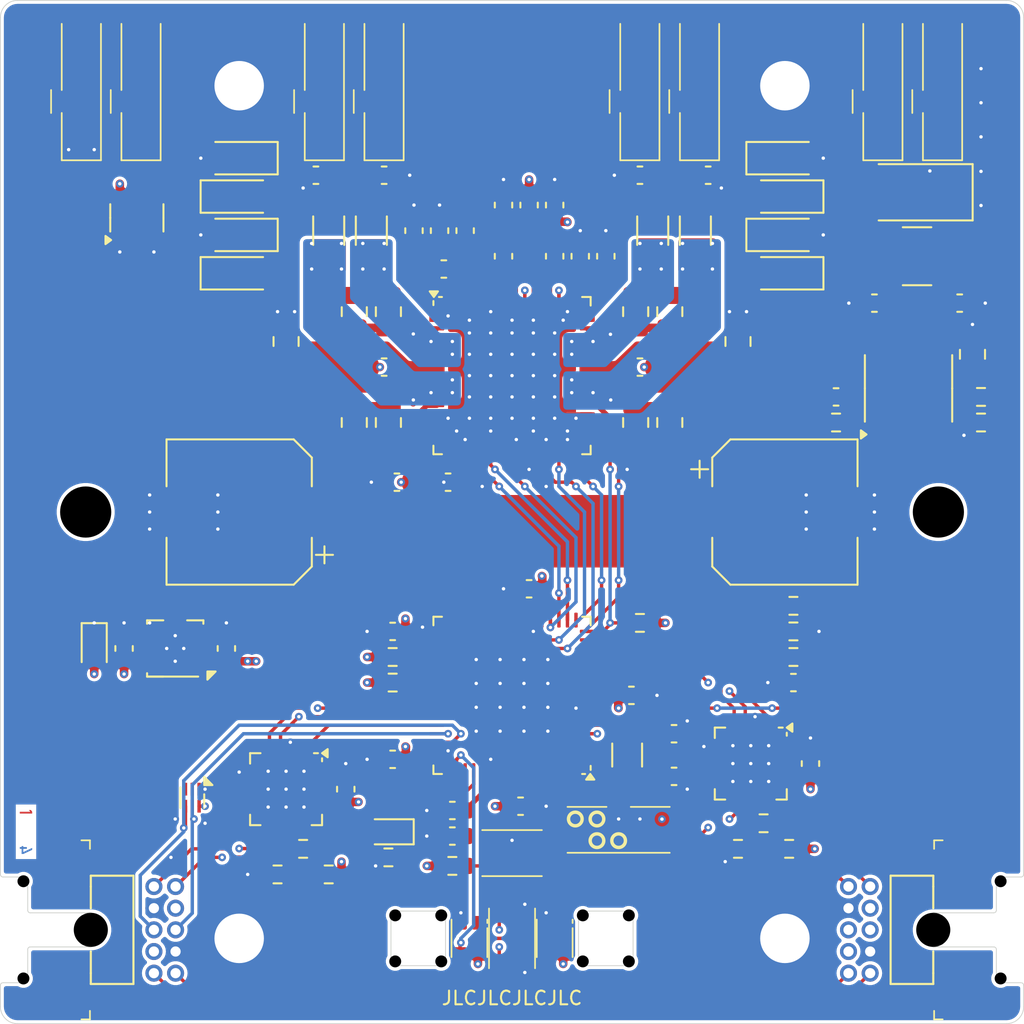
<source format=kicad_pcb>
(kicad_pcb (version 20240108) (generator "pcbnew") (generator_version "8.0")
  (title_block (date "2024-06-20") (rev "3"))
  (layers (0 "F.Cu" signal "Front") (1 "In1.Cu" power) (2 "In2.Cu" power) (31 "B.Cu" signal "Back") (35 "F.Paste" user) (37 "F.SilkS" user "F.Silkscreen") (38 "B.Mask" user) (39 "F.Mask" user) (44 "Edge.Cuts" user))
  (property "Order-Number" "JLCJLCJLCJLC")
  (net 0 "")
  (net 1 "GND")
  (net 2 "/Supply +24V")
  (net 3 "+3V3")
  (net 4 "/LED-onboard")
  (net 5 "/LED-Button")
  (net 6 "/VDDCORE")
  (net 7 "/USB+")
  (net 8 "+5V")
  (net 9 "/XIN32")
  (net 10 "/USB-")
  (net 11 "/SWDIO")
  (net 12 "/XOUT32")
  (net 13 "/SWCLK")
  (net 14 "/RESET")
  (net 15 "/Amplifier Audio/OUT0A")
  (net 16 "/Button")
  (net 17 "/Amplifier Audio/OUT1A")
  (net 18 "/Amplifier Audio/OUT0B")
  (net 19 "/Amplifier Audio/OUT1B")
  (net 20 "Net-(U201-CF0AP)")
  (net 21 "Net-(U201-CF0AN)")
  (net 22 "Net-(U201-CF0BP)")
  (net 23 "Net-(U201-CF0BN)")
  (net 24 "Net-(U201-CF1AP)")
  (net 25 "Net-(U201-CF1AN)")
  (net 26 "Net-(U201-CF1BP)")
  (net 27 "Net-(U201-CF1BN)")
  (net 28 "/Power")
  (net 31 "/Amplifier Audio/CGD1N")
  (net 33 "Net-(D101-K)")
  (net 34 "Net-(D102-OUT)")
  (net 36 "Net-(U201-CREF)")
  (net 41 "/Plug-TX")
  (net 43 "/I2S-MCK")
  (net 47 "/I2S-FS")
  (net 48 "/LED Strip/WS2812-data")
  (net 50 "Net-(U201-CGD1P)")
  (net 52 "Net-(U201-CFDCN)")
  (net 53 "/I2S-SCK")
  (net 59 "/Plug-RX")
  (net 60 "/Socket-TX")
  (net 61 "/Socket-RX")
  (net 63 "/Link Plug/TX-Z")
  (net 64 "/Link Plug/TX-Y")
  (net 65 "/Link Plug/RX-A")
  (net 66 "/Link Plug/RX-B")
  (net 74 "/Socket-TX-Enable")
  (net 75 "/Plug-TX-Enable")
  (net 84 "/I2S-SD0")
  (net 87 "/I2C-SCL")
  (net 88 "/I2C-SDA")
  (net 89 "/Link Socket/TX-Z")
  (net 90 "/Link Socket/TX-Y")
  (net 91 "/Codec-Enable")
  (net 92 "/Link Socket/RX-A")
  (net 93 "/Link Socket/RX-B")
  (net 94 "Net-(U201-CFDCP)")
  (net 95 "/Codec-Mute")
  (net 104 "/Amplifier Audio/CGD0N")
  (net 105 "Net-(U201-CGD0P)")
  (net 106 "Net-(U201-CFGDP)")
  (net 107 "Net-(U201-CFGDN)")
  (net 108 "Net-(U201-VGDC)")
  (net 109 "Net-(U201-CDC)")
  (net 110 "/Amplifier Audio/OUT0N")
  (net 111 "/Amplifier Audio/OUT0P")
  (net 112 "/Amplifier Audio/OUT1N")
  (net 113 "/Amplifier Audio/OUT1P")
  (net 114 "/LED-Data")
  (net 117 "/Voltage-Sense")
  (net 118 "Net-(R105-Pad2)")
  (net 120 "/Amplifier Audio/PVDD")
  (net 121 "Net-(C232-Pad1)")
  (net 122 "Net-(Q201A-S1)")
  (net 123 "Net-(Q201A-G1)")
  (footprint "V2_Artwork:Plus_Small" (layer "F.Cu") (at 83.5 57)
    (property "Reference" "ICON105" (hide yes))
    (property "Value" "Plus" (hide yes))
  )
  (footprint "Capacitor_SMD:C_0603_1608Metric" (layer "F.Cu") (at 116 78.25)
    (property "Reference" "C233" (hide yes))
    (property "Value" "1u" (hide yes))
  )
  (footprint "Capacitor_SMD:C_0805_2012Metric" (layer "F.Cu") (at 106.25 73.25 90)
    (property "Reference" "C215" (hide yes))
    (property "Value" "10u" (hide yes))
  )
  (footprint "Diode_SMD:Nexperia_CFP3_SOD-123W" (layer "F.Cu") (at 81 71)
    (property "Reference" "D201" (hide yes))
    (property "Value" "PMEG3010ER" (hide yes))
  )
  (footprint "V2_Button_Switch_SMD:SKSG" (layer "F.Cu") (at 97 110 -90)
    (property "Reference" "SW101" (hide yes))
    (property "Value" "SW_Push" (hide yes))
  )
  (footprint "V2_Connector_WAGO:2065-100" (layer "F.Cu") (at 75.25 60.5 -90)
    (property "Reference" "J502" (hide yes))
    (property "Value" "WAGO-2065" (hide yes))
  )
  (footprint "Package_SO:SOIC-8_3.9x4.9mm_P1.27mm" (layer "F.Cu") (at 120.25 77.75 90)
    (property "Reference" "Q201" (hide yes))
    (property "Value" "IRF9358" (hide yes))
  )
  (footprint "Diode_SMD:Nexperia_CFP3_SOD-123W" (layer "F.Cu") (at 113 71 180)
    (property "Reference" "D205" (hide yes))
    (property "Value" "PMEG3010ER" (hide yes))
  )
  (footprint "V2_Connector_WAGO:2065-100" (layer "F.Cu") (at 122.25 60.5 -90)
    (property "Reference" "J105" (hide yes))
    (property "Value" "WAGO-2065" (hide yes))
  )
  (footprint "Diode_SMD:D_SMA" (layer "F.Cu") (at 120.5 66.25 180)
    (property "Reference" "TVS102" (hide yes))
    (property "Value" "SMAJ24CA" (hide yes))
  )
  (footprint "V2_Connector_Header_1.27mm:PinHeader_2x05_P1.27mm_Horizontal" (layer "F.Cu") (at 118 109.5 -90)
    (property "Reference" "J401" (hide yes))
    (property "Value" "2x05_Horizontal" (hide yes))
  )
  (footprint "Capacitor_SMD:C_0603_1608Metric" (layer "F.Cu") (at 102.5 70 -90)
    (property "Reference" "C223" (hide yes))
    (property "Value" "0u1" (hide yes))
  )
  (footprint "Capacitor_SMD:C_0603_1608Metric" (layer "F.Cu") (at 92.75 68.5 -90)
    (property "Reference" "C228" (hide yes))
    (property "Value" "0u1" (hide yes))
  )
  (footprint "V2_Production:Layer_Numbers" (layer "F.Cu") (at 68.5 103.75 -90)
    (property "Reference" "INFO101" (hide yes))
    (property "Value" "Layer_Numbers" (hide yes))
  )
  (footprint "Inductor_SMD:L_1206_3216Metric" (layer "F.Cu") (at 86.25 68.5 90)
    (property "Reference" "FB202" (hide yes))
    (property "Value" "50R" (hide yes))
  )
  (footprint "Resistor_SMD:R_0603_1608Metric" (layer "F.Cu") (at 113.5 92)
    (property "Reference" "R108" (hide yes))
    (property "Value" "10k" (hide yes))
  )
  (footprint "Capacitor_SMD:C_0805_2012Metric" (layer "F.Cu") (at 83.75 75 -90)
    (property "Reference" "C202" (hide yes))
    (property "Value" "10u" (hide yes))
  )
  (footprint "Capacitor_SMD:C_0805_2012Metric" (layer "F.Cu") (at 124 75.75 90)
    (property "Reference" "C232" (hide yes))
    (property "Value" "10u" (hide yes))
  )
  (footprint "Resistor_SMD:R_0603_1608Metric" (layer "F.Cu") (at 116 79.75)
    (property "Reference" "R201" (hide yes))
    (property "Value" "47k" (hide yes))
  )
  (footprint "V2_Inductor_SMD:L_3.1x5.1" (layer "F.Cu") (at 120.75 70)
    (property "Reference" "FB101" (hide yes))
    (property "Value" "47R" (hide yes))
  )
  (footprint "V2_Package_SON:VSON-8-1_3x3mm_P0.65_EP1.65x2.4mm" (layer "F.Cu") (at 77.25 93 180)
    (property "Reference" "U101" (hide yes))
    (property "Value" "TPS78433QWDRBRQ1" (hide yes))
  )
  (footprint "V2_Package_DFN_QFN:QFN-64-1EP_9x9mm_P0.5mm_EP4.8x4.8mm_ThermalVias" (layer "F.Cu") (at 97 95.75 180)
    (property "Reference" "U102" (hide yes))
    (property "Value" "ATSAMD51J" (hide yes))
  )
  (footprint "Capacitor_SMD:C_0603_1608Metric" (layer "F.Cu") (at 99.5 70 90)
    (property "Reference" "C221" (hide yes))
    (property "Value" "1u" (hide yes))
  )
  (footprint "V2_Fiducial:Fiducial_0.5mm_Mask1mm_Paste" (layer "F.Cu") (at 126 114)
    (property "Reference" "FID103" (hide yes))
    (property "Value" "Fiducial" (hide yes))
  )
  (footprint "Capacitor_SMD:C_0603_1608Metric" (layer "F.Cu") (at 98 89.5 180)
    (property "Reference" "C107" (hide yes))
    (property "Value" "0u1" (hide yes))
  )
  (footprint "Capacitor_SMD:C_0603_1608Metric" (layer "F.Cu") (at 106.5 98)
    (property "Reference" "C111" (hide yes))
    (property "Value" "18p" (hide yes))
  )
  (footprint "Capacitor_SMD:C_0603_1608Metric" (layer "F.Cu") (at 85.5 65.25)
    (property "Reference" "C214" (hide yes))
    (property "Value" "1000p" (hide yes))
  )
  (footprint "V2_Package_DFN_QFN:WQFN-16-1EP_4x4mm_P0.65mm_EP2.7x2.7mm_ThermalVias" (layer "F.Cu") (at 111 99.75 -90)
    (property "Reference" "U401" (hide yes))
    (property "Value" "SN65MLVD203B" (hide yes))
  )
  (footprint "V2_Spacer_Wurth:9774030243" (layer "F.Cu") (at 113 60)
    (property "Reference" "SPACER104" (hide yes))
    (property "Value" "9774030243" (hide yes))
  )
  (footprint "V2_LED:WS2812-2020" (layer "F.Cu") (at 94.5 110 90)
    (property "Reference" "D102" (hide yes))
    (property "Value" "WS2812" (hide yes))
  )
  (footprint "Capacitor_SMD:C_0805_2012Metric" (layer "F.Cu") (at 89.75 73.25 90)
    (property "Reference" "C210" (hide yes))
    (property "Value" "10u" (hide yes))
  )
  (footprint "Capacitor_SMD:C_0603_1608Metric" (layer "F.Cu") (at 123.25 72.75)
    (property "Reference" "C113" (hide yes))
    (property "Value" "0u022" (hide yes))
  )
  (footprint "Capacitor_SMD:CP_Elec_8x10" (layer "F.Cu") (at 81 85 180)
    (property "Reference" "C203" (hide yes))
    (property "Value" "330u" (hide yes))
  )
  (footprint "Capacitor_SMD:C_0603_1608Metric" (layer "F.Cu") (at 90 92 180)
    (property "Reference" "C106" (hide yes))
    (property "Value" "0u1" (hide yes))
  )
  (footprint "Capacitor_SMD:C_0603_1608Metric" (layer "F.Cu") (at 104.5 65.25 180)
    (property "Reference" "C217" (hide yes))
    (property "Value" "1000p" (hide yes))
  )
  (footprint "V2_Fiducial:Fiducial_0.5mm_Mask1mm_Paste" (layer "F.Cu") (at 68 114)
    (property "Reference" "FID101" (hide yes))
    (property "Value" "Fiducial" (hide yes))
  )
  (footprint "Inductor_SMD:L_1206_3216Metric" (layer "F.Cu") (at 107.75 68.5 90)
    (property "Reference" "FB204" (hide yes))
    (property "Value" "50R" (hide yes))
  )
  (footprint "V2_Cortex_Debug:Cortex_Debug_Pad" (layer "F.Cu") (at 103.25 103)
    (property "Reference" "J101" (hide yes))
    (property "Value" "CORTEX-DEBUG" (hide yes))
  )
  (footprint "V2_Spacer_Wurth:9774030243" (layer "F.Cu") (at 81 110)
    (property "Reference" "SPACER103" (hide yes))
    (property "Value" "9774030243" (hide yes))
  )
  (footprint "Capacitor_SMD:C_0603_1608Metric" (layer "F.Cu") (at 93.25 83.25 180)
    (property "Reference" "C231" (hide yes))
    (property "Value" "1u" (hide yes))
  )
  (footprint "V2_Connector_WAGO:2065-100" (layer "F.Cu") (at 118.75 60.5 -90)
    (property "Reference" "J102" (hide yes))
    (property "Value" "WAGO-2065" (hide yes))
  )
  (footprint "Resistor_SMD:R_0603_1608Metric" (layer "F.Cu") (at 113.5 93.5)
    (property "Reference" "R106" (hide yes))
    (property "Value" "10k" (hide yes))
  )
  (footprint "V2_Connector_WAGO:2065-100" (layer "F.Cu") (at 71.75 60.5 -90)
    (property "Reference" "J501" (hide yes))
    (property "Value" "WAGO-2065" (hide yes))
  )
  (footprint "Inductor_SMD:L_1206_3216Metric" (layer "F.Cu") (at 88.75 68.5 90)
    (property "Reference" "FB201" (hide yes))
    (property "Value" "50R" (hide yes))
  )
  (footprint "Capacitor_SMD:C_0603_1608Metric" (layer "F.Cu") (at 104 95.75)
    (property "Reference" "C103" (hide yes))
    (property "Value" "0u1" (hide yes))
  )
  (footprint "V2_Artwork:Board_wave_Small" (layer "F.Cu") (at 122 100.5)
    (property "Reference" "ICON109" (hide yes))
    (property "Value" "Board_wave" (hide yes))
  )
  (footprint "Capacitor_SMD:C_0805_2012Metric" (layer "F.Cu") (at 89.75 79.75 -90)
    (property "Reference" "C212" (hide yes))
    (property "Value" "10u" (hide yes))
  )
  (footprint "Capacitor_SMD:C_0805_2012Metric" (layer "F.Cu") (at 104.25 79.75 -90)
    (property "Reference" "C219" (hide yes))
    (property "Value" "10u" (hide yes))
  )
  (footprint "V2_Package_DFN_QFN:QFN-64-1EP_9x9mm_P0.5mm_EP5.45x5.45mm_ThermalVias" (layer "F.Cu") (at 97 77)
    (property "Reference" "U201" (hide yes))
    (property "Value" "MA12070P" (hide yes))
  )
  (footprint "V2_Artwork:Logo_Small" (layer "F.Cu") (at 122 96.25)
    (property "Reference" "ICON108" (hide yes))
    (property "Value" "V2-logo" (hide yes))
  )
  (footprint "Capacitor_SMD:C_0603_1608Metric" (layer "F.Cu") (at 93 70.75 180)
    (property "Reference" "C229" (hide yes))
    (property "Value" "0u1" (hide yes))
  )
  (footprint "Capacitor_SMD:C_0603_1608Metric" (layer "F.Cu") (at 90 99.5 180)
    (property "Reference" "C105" (hide yes))
    (property "Value" "0u1" (hide yes))
  )
  (footprint "Capacitor_SMD:C_0603_1608Metric" (layer "F.Cu") (at 87.25 101.25 90)
    (property "Reference" "C301" (hide yes))
    (property "Value" "0u1" (hide yes))
  )
  (footprint "V2_Button_Switch_SMD:SKSG" (layer "F.Cu") (at 97 105)
    (property "Reference" "SW102" (hide yes))
    (property "Value" "SW_Push" (hide yes))
  )
  (footprint "Package_TO_SOT_SMD:SOT-23-5" (layer "F.Cu") (at 75 67.75 90)
    (property "Reference" "U501" (hide yes))
    (property "Value" "74AHC1G125" (hide yes))
  )
  (footprint "Resistor_SMD:R_0603_1608Metric" (layer "F.Cu") (at 90 95)
    (property "Reference" "R104" (hide yes))
    (property "Value" "2k7" (hide yes))
  )
  (footprint "Capacitor_SMD:C_0603_1608Metric" (layer "F.Cu") (at 106.5 100.5)
    (property "Reference" "C110" (hide yes))
    (property "Value" "18p" (hide yes))
  )
  (footprint "Resistor_SMD:R_0603_1608Metric" (layer "F.Cu") (at 124.5 78.25)
    (property "Reference" "R202" (hide yes))
    (property "Value" "33k" (hide yes))
  )
  (footprint "Diode_SMD:Nexperia_CFP3_SOD-123W" (layer "F.Cu") (at 113 68.75)
    (property "Reference" "D206" (hide yes))
    (property "Value" "PMEG3010ER" (hide yes))
  )
  (footprint "Capacitor_SMD:C_0603_1608Metric" (layer "F.Cu") (at 91.25 68.5 -90)
    (property "Reference" "C227" (hide yes))
    (property "Value" "1u" (hide yes))
  )
  (footprint "Diode_SMD:Nexperia_CFP3_SOD-123W" (layer "F.Cu") (at 113 64.25)
    (property "Reference" "D208" (hide yes))
    (property "Value" "PMEG3010ER" (hide yes))
  )
  (footprint "V2_Connector_WAGO:2065-100" (layer "F.Cu") (at 108 60.5 -90)
    (property "Reference" "J106" (hide yes))
    (property "Value" "WAGO-2065" (hide yes))
  )
  (footprint "Capacitor_SMD:C_0603_1608Metric" (layer "F.Cu") (at 80.25 93 90)
    (property "Reference" "C109" (hide yes))
    (property "Value" "10u" (hide yes))
  )
  (footprint "V2_Mechanical:MountingHole_3mm" (layer "F.Cu") (at 72 85)
    (property "Reference" "H101" (hide yes))
    (property "Value" "MountingHole_3mm" (hide yes))
  )
  (footprint "Diode_SMD:Nexperia_CFP3_SOD-123W" (layer "F.Cu") (at 81 64.25 180)
    (property "Reference" "D204" (hide yes))
    (property "Value" "PMEG3010ER" (hide yes))
  )
  (footprint "V2_Connector_WAGO:2065-100" (layer "F.Cu") (at 89.5 60.5 -90)
    (property "Reference" "J104" (hide yes))
    (property "Value" "WAGO-2065" (hide yes))
  )
  (footprint "Resistor_SMD:R_0603_1608Metric" (layer "F.Cu") (at 113.5 90.5 180)
    (property "Reference" "R105" (hide yes))
    (property "Value" "100k" (hide yes))
  )
  (footprint "Resistor_SMD:R_0603_1608Metric" (layer "F.Cu") (at 93.5 105.75)
    (property "Reference" "R102" (hide yes))
    (property "Value" "100k" (hide yes))
  )
  (footprint "V2_Mechanical:MountingHole_3mm" (layer "F.Cu") (at 122 85)
    (property "Reference" "H102" (hide yes))
    (property "Value" "MountingHole_3mm" (hide yes))
  )
  (footprint "Capacitor_SMD:C_0603_1608Metric" (layer "F.Cu") (at 94.25 68.5 90)
    (property "Reference" "C225" (hide yes))
    (property "Value" "1u" (hide yes))
  )
  (footprint "Resistor_SMD:R_0603_1608Metric" (layer "F.Cu") (at 124.5 79.75 180)
    (property "Reference" "R203" (hide yes))
    (property "Value" "680R" (hide yes))
  )
  (footprint "Capacitor_SMD:C_0603_1608Metric" (layer "F.Cu") (at 96.5 70 -90)
    (property "Reference" "C224" (hide yes))
    (property "Value" "1u" (hide yes))
  )
  (footprint "V2_PCB_Devices:PCB_Plug_Horizontal" (layer "F.Cu") (at 76 109.5 90)
    (property "Reference" "PLUG101" (hide yes))
    (property "Value" "PCB_Plug_Horizontal" (hide yes))
    (fp_line (start -3.1 -8.85) (end -3.1 -7.4) (stroke (width 0.05)) (layer "Edge.Cuts"))
    (fp_line (start 3.1 -7.4) (end 3.1 -8.85) (stroke (width 0.05)) (layer "Edge.Cuts"))
    (fp_line (start 1.15 -7.4) (end 3.1 -7.4) (stroke (width 0.05)) (layer "Edge.Cuts"))
    (fp_line (start -3.1 -7.4) (end -1.15 -7.4) (stroke (width 0.05)) (layer "Edge.Cuts"))
    (fp_line (start -1 -7.25) (end -1 -3.7) (stroke (width 0.05)) (layer "Edge.Cuts"))
    (fp_line (start 1 -3.7) (end 1 -7.25) (stroke (width 0.05)) (layer "Edge.Cuts"))
    (fp_line (start -1 -3.7) (end 1 -3.7) (stroke (width 0.05)) (layer "Edge.Cuts"))
    (fp_arc (start -3.25 -9) (mid -3.143934 -8.956066) (end -3.1 -8.85) (stroke (width 0.05)) (layer "Edge.Cuts"))
    (fp_arc (start 3.1 -8.85) (mid 3.143934 -8.956066) (end 3.25 -9) (stroke (width 0.05)) (layer "Edge.Cuts"))
    (fp_arc (start -1.15 -7.4) (mid -1.043934 -7.356066) (end -1 -7.25) (stroke (width 0.05)) (layer "Edge.Cuts"))
    (fp_arc (start 1 -7.25) (mid 1.043934 -7.356066) (end 1.15 -7.4) (stroke (width 0.05)) (layer "Edge.Cuts"))
  )
  (footprint "Resistor_SMD:R_0603_1608Metric" (layer "F.Cu") (at 83.25 106.25 180)
    (property "Reference" "R303" (hide yes))
    (property "Value" "10k" (hide yes))
  )
  (footprint "V2_Spacer_Wurth:9774030243" (layer "F.Cu") (at 81 60)
    (property "Reference" "SPACER102" (hide yes))
    (property "Value" "9774030243" (hide yes))
  )
  (footprint "Capacitor_SMD:C_0603_1608Metric" (layer "F.Cu") (at 98 67 90)
    (property "Reference" "C226" (hide yes))
    (property "Value" "1u" (hide yes))
  )
  (footprint "Diode_SMD:Nexperia_CFP3_SOD-123W" (layer "F.Cu") (at 81 68.75 180)
    (property "Reference" "D202" (hide yes))
    (property "Value" "PMEG3010ER" (hide yes))
  )
  (footprint "Capacitor_SMD:C_0603_1608Metric" (layer "F.Cu") (at 93.5 104 180)
    (property "Reference" "C101" (hide yes))
    (property "Value" "10u" (hide yes))
  )
  (footprint "Diode_SMD:D_0603_1608Metric" (layer "F.Cu") (at 72.5 93 -90)
    (property "Reference" "TVS101" (hide yes))
    (property "Value" "CG0603MLC-05LE" (hide yes))
  )
  (footprint "Resistor_SMD:R_0603_1608Metric" (layer "F.Cu") (at 110.25 104.75 180)
    (property "Reference" "R403" (hide yes))
    (property "Value" "10k" (hide yes))
  )
  (footprint "Capacitor_SMD:C_0603_1608Metric" (layer "F.Cu") (at 99.5 67 -90)
    (property "Reference" "C207" (hide yes))
    (property "Value" "1u" (hide yes))
  )
  (footprint "Capacitor_SMD:C_0603_1608Metric" (layer "F.Cu") (at 108.5 65.25 180)
    (property "Reference" "C220" (hide yes))
    (property "Value" "1000p" (hide yes))
  )
  (footprint "Capacitor_SMD:C_0603_1608Metric" (layer "F.Cu") (at 96.5 67 -90)
    (property "Reference" "C230" (hide yes))
    (property "Value" "1u" (hide yes))
  )
  (footprint "Resistor_SMD:R_0603_1608Metric" (layer "F.Cu") (at 104.5 91.5 180)
    (property "Reference" "R107" (hide yes))
    (property "Value" "100k" (hide yes))
  )
  (footprint "Capacitor_SMD:C_0603_1608Metric" (layer "F.Cu") (at 114.5 99.75 90)
    (property "Reference" "C401" (hide yes))
    (property "Value" "0u1" (hide yes))
  )
  (footprint "Resistor_SMD:R_0603_1608Metric" (layer "F.Cu") (at 86.25 106.25 180)
    (property "Reference" "R301" (hide yes))
    (property "Value" "10k" (hide yes))
  )
  (footprint "V2_Artwork:Plus_Small" (layer "F.Cu") (at 110.5 57)
    (property "Reference" "ICON107" (hide yes))
    (property "Value" "Plus" (hide yes))
  )
  (footprint "Capacitor_SMD:C_0603_1608Metric" (layer "F.Cu") (at 113.5 95 180)
    (property "Reference" "C114" (hide yes))
    (property "Value" "0u1" (hide yes))
  )
  (footprint "Capacitor_SMD:CP_Elec_8x10" (layer "F.Cu") (at 113 85)
    (property "Reference" "C206" (hide yes))
    (property "Value" "330u" (hide yes))
  )
  (footprint "V2_Connector_Header_1.27mm:PinHeader_2x05_P1.27mm_Horizontal" (layer "F.Cu") (at 76 109.5 90)
    (property "Reference" "J301" (hide yes))
    (property "Value" "2x05_Horizontal" (hide yes))
  )
  (footprint "Capacitor_SMD:C_0603_1608Metric" (layer "F.Cu") (at 89.5 76.5 180)
    (property "Reference" "C204" (hide yes))
    (property "Value" "1u" (hide yes))
  )
  (footprint "Resistor_SMD:R_0603_1608Metric" (layer "F.Cu") (at 90 93.5)
    (property "Reference" "R103" (hide yes))
    (property "Value" "2k7" (hide yes))
  )
  (footprint "V2_Spacer_Wurth:9774030243" (layer "F.Cu") (at 113 110)
    (property "Reference" "SPACER101" (hide yes))
    (property "Value" "9774030243" (hide yes))
  )
  (footprint "V2_LED:WS2812-2020" (layer "F.Cu") (at 99.5 110 90)
    (property "Reference" "D103" (hide yes))
    (property "Value" "WS2812" (hide yes))
  )
  (footprint "Resistor_SMD:R_0603_1608Metric" (layer "F.Cu") (at 89.75 105.25 180)
    (property "Reference" "R101" (hide yes))
    (property "Value" "330R" (hide yes))
  )
  (footprint "Capacitor_SMD:C_0805_2012Metric" (layer "F.Cu") (at 87.75 79.75 -90)
    (property "Reference" "C213" (hide yes))
    (property "Value" "10u" (hide yes))
  )
  (footprint "Capacitor_SMD:C_0805_2012Metric" (layer "F.Cu") (at 87.75 73.25 90)
    (property "Reference" "C209" (hide yes))
    (property "Value" "10u" (hide yes))
  )
  (footprint "V2_Package_DFN_QFN:WQFN-16-1EP_4x4mm_P0.65mm_EP2.7x2.7mm_ThermalVias" (layer "F.Cu") (at 83.75 101.25 -90)
    (property "Reference" "U301" (hide yes))
    (property "Value" "SN65MLVD203B" (hide yes))
  )
  (footprint "Resistor_SMD:R_0603_1608Metric" (layer "F.Cu") (at 113.25 104.75 180)
    (property "Reference" "R401" (hide yes))
    (property "Value" "10k" (hide yes))
  )
  (footprint "Capacitor_SMD:C_0805_2012Metric" (layer "F.Cu") (at 106.25 79.75 -90)
    (property "Reference" "C218" (hide yes))
    (property "Value" "10u" (hide yes))
  )
  (footprint "Capacitor_SMD:C_0603_1608Metric" (layer "F.Cu") (at 90.25 83.25)
    (property "Reference" "C208" (hide yes))
    (property "Value" "1u" (hide yes))
  )
  (footprint "V2_Connector_WAGO:2065-100" (layer "F.Cu") (at 86 60.5 -90)
    (property "Reference" "J103" (hide yes))
    (property "Value" "WAGO-2065" (hide yes))
  )
  (footprint "Capacitor_SMD:C_0603_1608Metric" (layer "F.Cu") (at 101 70 -90)
    (property "Reference" "C222" (hide yes))
    (property "Value" "1u" (hide yes))
  )
  (footprint "V2_PCB_Devices:PCB_Plug_Horizontal" (layer "F.Cu") (at 118 109.5 -90)
    (property "Reference" "PLUG102" (hide yes))
    (property "Value" "PCB_Plug_Horizontal" (hide yes))
    (fp_line (start -1 -3.7) (end 1 -3.7) (stroke (width 0.05)) (layer "Edge.Cuts"))
    (fp_line (start 1 -3.7) (end 1 -7.25) (stroke (width 0.05)) (layer "Edge.Cuts"))
    (fp_line (start -1 -7.25) (end -1 -3.7) (stroke (width 0.05)) (layer "Edge.Cuts"))
    (fp_line (start -3.1 -7.4) (end -1.15 -7.4) (stroke (width 0.05)) (layer "Edge.Cuts"))
    (fp_line (start 1.15 -7.4) (end 3.1 -7.4) (stroke (width 0.05)) (layer "Edge.Cuts"))
    (fp_line (start 3.1 -7.4) (end 3.1 -8.85) (stroke (width 0.05)) (layer "Edge.Cuts"))
    (fp_line (start -3.1 -8.85) (end -3.1 -7.4) (stroke (width 0.05)) (layer "Edge.Cuts"))
    (fp_arc (start 1 -7.25) (mid 1.043934 -7.356066) (end 1.15 -7.4) (stroke (width 0.05)) (layer "Edge.Cuts"))
    (fp_arc (start -1.15 -7.4) (mid -1.043934 -7.356066) (end -1 -7.25) (stroke (width 0.05)) (layer "Edge.Cuts"))
    (fp_arc (start 3.1 -8.85) (mid 3.143934 -8.956066) (end 3.25 -9) (stroke (width 0.05)) (layer "Edge.Cuts"))
    (fp_arc (start -3.25 -9) (mid -3.143934 -8.956066) (end -3.1 -8.85) (stroke (width 0.05)) (layer "Edge.Cuts"))
  )
  (footprint "Capacitor_SMD:C_0603_1608Metric" (layer "F.Cu") (at 97.5 102.25)
    (property "Reference" "C104" (hide yes))
    (property "Value" "0u1" (hide yes))
  )
  (footprint "V2_Crystal:Crystal_SMD_3215-2Pin_3.2x1.5mm" (layer "F.Cu") (at 103.75 99.25 -90)
    (property "Reference" "Y101" (hide yes))
    (property "Value" "32k768" (hide yes))
  )
  (footprint "V2_Artwork:Arrow_In" (layer "F.Cu") (at 73.5 113.75)
    (property "Reference" "ICON101" (hide yes))
    (property "Value" "Arrow_In" (hide yes))
  )
  (footprint "Capacitor_SMD:C_0805_2012Metric" (layer "F.Cu") (at 110.25 75 -90)
    (property "Reference" "C205" (hide yes))
    (property "Value" "10u" (hide yes))
  )
  (footprint "Diode_SMD:Nexperia_CFP3_SOD-123W" (layer "F.Cu") (at 113 66.5 180)
    (property "Reference" "D207" (hide yes))
    (property "Value" "PMEG3010ER" (hide yes))
  )
  (footprint "Capacitor_SMD:C_0603_1608Metric" (layer "F.Cu") (at 93.5 102.5 180)
    (property "Reference" "C102" (hide yes))
    (property "Value" "0u1" (hide yes))
  )
  (footprint "LED_SMD:LED_0603_1608Metric" (layer "F.Cu") (at 89.75 103.75 180)
    (property "Reference" "D101" (hide yes))
    (property "Value" "Orange" (hide yes))
  )
  (footprint "V2_Artwork:Arrow_Out" (layer "F.Cu") (at 120.5 113.75)
    (property "Reference" "ICON102" (hide yes))
    (property "Value" "Arrow_Out" (hide yes))
  )
  (footprint "V2_PCB_Devices:PCB_Button-bottom" (layer "F.Cu") (at 97 110 90)
    (property "Reference" "SWB101" (hide yes))
    (property "Value" "Button-bottom" (hide yes))
    (fp_line (start 1.6 -7.1) (end -1.6 -7.1) (stroke (width 0.05)) (layer "Edge.Cuts"))
    (fp_line (start -1.6 -7.1) (end -1.6 -3.9) (stroke (width 0.05)) (layer "Edge.Cuts"))
    (fp_line (start 1.6 -3.9) (end 1.6 -7.1) (stroke (width 0.05)) (layer "Edge.Cuts"))
    (fp_line (start -1.6 -3.9) (end 1.6 -3.9) (stroke (width 0.05)) (layer "Edge.Cuts"))
    (fp_line (start 1.6 3.9) (end -1.6 3.9) (stroke (width 0.05)) (layer "Edge.Cuts"))
    (fp_line (start -1.6 3.9) (end -1.6 7.1) (stroke (width 0.05)) (layer "Edge.Cuts"))
    (fp_line (start 1.6 7.1) (end 1.6 3.9) (stroke (width 0.05)) (layer "Edge.Cuts"))
    (fp_line (start -1.6 7.1) (end 1.6 7.1) (stroke (width 0.05)) (layer "Edge.Cuts"))
  )
  (footprint "Resistor_SMD:R_0603_1608Metric" (layer "F.Cu") (at 111.75 103.25 180)
    (property "Reference" "R402" (hide yes))
    (property "Value" "120R" (hide yes))
  )
  (footprint "Capacitor_SMD:C_0603_1608Metric" (layer "F.Cu") (at 118.25 72.75 180)
    (property "Reference" "C112" (hide yes))
    (property "Value" "0u022" (hide yes))
  )
  (footprint "Capacitor_SMD:C_0603_1608Metric" (layer "F.Cu") (at 74.25 93 90)
    (property "Reference" "C108" (hide yes))
    (property "Value" "10u" (hide yes))
  )
  (footprint "V2_Artwork:Plus_Small" (layer "F.Cu") (at 116.25 57)
    (property "Reference" "ICON103" (hide yes))
    (property "Value" "Plus" (hide yes))
  )
  (footprint "V2_Artwork:Dot_Small" (layer "F.Cu") (at 77.75 57)
    (property "Reference" "ICON110" (hide yes))
    (property "Value" "Dot" (hide yes))
  )
  (footprint "Capacitor_SMD:C_0603_1608Metric" (layer "F.Cu") (at 104.5 76.5)
    (property "Reference" "C201" (hide yes))
    (property "Value" "1u" (hide yes))
  )
  (footprint "V2_Production:Order_Number" (layer "F.Cu") (at 97 113.5)
    (property "Reference" "INFO102" (hide yes))
    (property "Value" "ORDER-NUMBER" (hide yes))
  )
  (footprint "V2_ESD_Suppressor:SLP1210N6" (layer "F.Cu") (at 78.25 101.75 -90)
    (property "Reference" "ESD101" (hide yes))
    (property "Value" "RCLAMP0582N" (hide yes))
  )
  (footprint "Resistor_SMD:R_0603_1608Metric" (layer "F.Cu") (at 84.75 104.75 180)
    (property "Reference" "R302" (hide yes))
    (property "Value" "120R" (hide yes))
  )
  (footprint "Diode_SMD:Nexperia_CFP3_SOD-123W" (layer "F.Cu") (at 81 66.5)
    (property "Reference" "D203" (hide yes))
    (property "Value" "PMEG3010ER" (hide yes))
  )
  (footprint "V2_Fiducial:Fiducial_0.5mm_Mask1mm_Paste" (layer "F.Cu") (at 68 56)
    (property "Reference" "FID102" (hide yes))
    (property "Value" "Fiducial" (hide yes))
  )
  (footprint "V2_Connector_WAGO:2065-100" (layer "F.Cu") (at 104.5 60.5 -90)
    (property "Reference" "J107" (hide yes))
    (property "Value" "WAGO-2065" (hide yes))
  )
  (footprint "Capacitor_SMD:C_0805_2012Metric" (layer "F.Cu") (at 104.25 73.25 90)
    (property "Reference" "C216" (hide yes))
    (property "Value" "10u" (hide yes))
  )
  (footprint "Inductor_SMD:L_1206_3216Metric" (layer "F.Cu") (at 105.25 68.5 90)
    (property "Reference" "FB203" (hide yes))
    (property "Value" "50R" (hide yes))
  )
  (footprint "Capacitor_SMD:C_0603_1608Metric" (layer "F.Cu") (at 89.5 65.25)
    (property "Reference" "C211" (hide yes))
    (property "Value" "1000p" (hide yes))
  )
  (gr_line (start 67 112.75) (end 67 114) (stroke (width 0.05)) (layer "Edge.Cuts"))
  (gr_line (start 127 112.75) (end 127 114) (stroke (width 0.05)) (layer "Edge.Cuts"))
  (gr_line (start 67 56) (end 67 106.25) (stroke (width 0.05)) (layer "Edge.Cuts"))
  (gr_line (start 68 55) (end 126 55) (stroke (width 0.05)) (layer "Edge.Cuts"))
  (gr_line (start 127 56) (end 127 106.25) (stroke (width 0.05)) (layer "Edge.Cuts"))
  (gr_arc (start 68 115) (mid 67.292893 114.707107) (end 67 114) (stroke (width 0.05)) (layer "Edge.Cuts"))
  (gr_arc (start 127 114) (mid 126.707107 114.707107) (end 126 115) (stroke (width 0.05)) (layer "Edge.Cuts"))
  (gr_arc (start 67 56) (mid 67.292893 55.292893) (end 68 55) (stroke (width 0.05)) (layer "Edge.Cuts"))
  (gr_arc (start 126 55) (mid 126.707107 55.292893) (end 127 56) (stroke (width 0.05)) (layer "Edge.Cuts"))
  (gr_line (start 68 115) (end 126 115) (stroke (width 0.05)) (layer "Edge.Cuts"))
  (segment (start 117.475 72.75) (end 116.75 72.75) (width 0.5) (layer "F.Cu") (net 1))
  (segment (start 100.25 80.75) (end 100.25 81.4125) (width 0.2) (layer "F.Cu") (net 1))
  (segment (start 78.65 101.25) (end 79 101.25) (width 0.2) (layer "F.Cu") (net 1))
  (segment (start 107.275 97.25) (end 107.275 98) (width 0.5) (layer "F.Cu") (net 1))
  (segment (start 92 102.5) (end 92.725 102.5) (width 0.5) (layer "F.Cu") (net 1))
  (segment (start 123.675 80.325) (end 123.5 80.5) (width 0.5) (layer "F.Cu") (net 1))
  (segment (start 109.275 66) (end 109.275 65.25) (width 0.5) (layer "F.Cu") (net 1))
  (segment (start 109.425 105.425) (end 109.425 104.75) (width 0.5) (layer "F.Cu") (net 1))
  (segment (start 100.25 73.25) (end 100.25 72.5875) (width 0.2) (layer "F.Cu") (net 1))
  (segment (start 80.25 91.5) (end 80.25 92.225) (width 0.5) (layer "F.Cu") (net 1))
  (segment (start 99 102.25) (end 98.275 102.25) (width 0.5) (layer "F.Cu") (net 1))
  (segment (start 84.725 65.975) (end 84.725 65.25) (width 0.5) (layer "F.Cu") (net 1))
  (segment (start 81.75 100.25) (end 81.775 100.275) (width 0.5) (layer "F.Cu") (net 1))
  (segment (start 107.275 101.25) (end 107.275 100.5) (width 0.5) (layer "F.Cu") (net 1))
  (segment (start 74 69.75) (end 74 68.9375) (width 0.5) (layer "F.Cu") (net 1))
  (segment (start 72.5 91.5) (end 72.5 92.2125) (width 0.5) (layer "F.Cu") (net 1))
  (segment (start 75.75 91.925) (end 75.85 92.025) (width 0.5) (layer "F.Cu") (net 1))
  (segment (start 97.8375 108.4375) (end 97.8375 108.0875) (width 0.2) (layer "F.Cu") (net 1))
  (segment (start 94 109.035) (end 93.95 109.085) (width 0.5) (layer "F.Cu") (net 1))
  (segment (start 103.725 65.25) (end 103 65.25) (width 0.5) (layer "F.Cu") (net 1))
  (segment (start 92.75 67) (end 92.75 67.725) (width 0.5) (layer "F.Cu") (net 1))
  (segment (start 81 100.25) (end 81.75 100.25) (width 0.5) (layer "F.Cu") (net 1))
  (segment (start 99 108.5) (end 99 109.035) (width 0.5) (layer "F.Cu") (net 1))
  (segment (start 81.5 106.25) (end 82.425 106.25) (width 0.5) (layer "F.Cu") (net 1))
  (segment (start 98.5625 104.1625) (end 97.0875 104.1625) (width 0.2) (layer "F.Cu") (net 1))
  (segment (start 97.225 89.5) (end 96.5 89.5) (width 0.5) (layer "F.Cu") (net 1))
  (segment (start 74.25 91.5) (end 74.25 92.225) (width 0.5) (layer "F.Cu") (net 1))
  (segment (start 104.75 76.5) (end 105.275 76.5) (width 0.5) (layer "F.Cu") (net 1))
  (segment (start 81.775 100.925) (end 81.775 100.275) (width 0.5) (layer "F.Cu") (net 1))
  (segment (start 92.975 83.275) (end 92.5 83.275) (width 0.5) (layer "F.Cu") (net 1))
  (segment (start 84.075 98.575) (end 84 98.5) (width 0.2) (layer "F.Cu") (net 1))
  (segment (start 93.25 99) (end 92.5875 99) (width 0.2) (layer "F.Cu") (net 1))
  (segment (start 95.75 73.25) (end 95.75 72.5875) (width 0.2) (layer "F.Cu") (net 1))
  (segment (start 92 104) (end 92.725 104) (width 0.5) (layer "F.Cu") (net 1))
  (segment (start 109.025 98.775) (end 109.025 99.425) (width 0.5) (layer "F.Cu") (net 1))
  (segment (start 91.750497 91.75) (end 92.000497 92) (width 0.3) (layer "F.Cu") (net 1))
  (segment (start 97.0875 104.1625) (end 97 104.25) (width 0.2) (layer "F.Cu") (net 1))
  (segment (start 98.25 91.3375) (end 98.25 92) (width 0.2) (layer "F.Cu") (net 1))
  (segment (start 102.5 68.5) (end 102.5 69.225) (width 0.5) (layer "F.Cu") (net 1))
  (segment (start 95.4375 104.1625) (end 96.9125 104.1625) (width 0.2) (layer "F.Cu") (net 1))
  (segment (start 95.75 99.5) (end 95.75 100.1625) (width 0.2) (layer "F.Cu") (net 1))
  (segment (start 124 74) (end 124 74.8) (width 0.5) (layer "F.Cu") (net 1))
  (segment (start 99.5 65.5) (end 99.5 66.225) (width 0.5) (layer "F.Cu") (net 1))
  (segment (start 91 65.25) (end 90.275 65.25) (width 0.5) (layer "F.Cu") (net 1))
  (segment (start 88.5 92) (end 89.225 92) (width 0.5) (layer "F.Cu") (net 1))
  (segment (start 111.325 97.075) (end 111.25 97) (width 0.2) (layer "F.Cu") (net 1))
  (segment (start 124.025 72.75) (end 124.75 72.75) (width 0.5) (layer "F.Cu") (net 1))
  (segment (start 96.5 65.5) (end 96.5 66.225) (width 0.5) (layer "F.Cu") (net 1))
  (segment (start 105.5 95.75) (end 104.775 95.75) (width 0.5) (layer "F.Cu") (net 1))
  (segment (start 93 83.25) (end 92.975 83.275) (width 0.5) (layer "F.Cu") (net 1))
  (segment (start 84.075 99.275) (end 84.075 98.575) (width 0.2) (layer "F.Cu") (net 1))
  (segment (start 94 108.5) (end 94 109.035) (width 0.5) (layer "F.Cu") (net 1))
  (segment (start 88.5 99.5) (end 89.225 99.5) (width 0.5) (layer "F.Cu") (net 1))
  (segment (start 94.25 80.75) (end 94.25 81.4125) (width 0.2) (layer "F.Cu") (net 1))
  (segment (start 109.025 98.775) (end 108.275 98.775) (width 0.5) (layer "F.Cu") (net 1))
  (segment (start 111.325 97.775) (end 111.325 97.075) (width 0.2) (layer "F.Cu") (net 1))
  (segment (start 76 68.9375) (end 75.95 68.8875) (width 0.5) (layer "F.Cu") (net 1))
  (segment (start 96.9125 104.1625) (end 97 104.25) (width 0.2) (layer "F.Cu") (net 1))
  (segment (start 74 68.9375) (end 74.05 68.8875) (width 0.5) (layer "F.Cu") (net 1))
  (segment (start 78.75 64.25) (end 79.6 64.25) (width 0.5) (layer "F.Cu") (net 1))
  (segment (start 89.25 76.5) (end 88.725 76.5) (width 0.5) (layer "F.Cu") (net 1))
  (segment (start 88.75 83.25) (end 89.475 83.25) (width 0.5) (layer "F.Cu") (net 1))
  (segment (start 97.75 112) (end 97.8375 111.9125) (width 0.2) (layer "F.Cu") (net 1))
  (segment (start 108.275 98.775) (end 108.25 98.75) (width 0.5) (layer "F.Cu") (net 1))
  (segment (start 112 95) (end 112.725 95) (width 0.5) (layer "F.Cu") (net 1))
  (segment (start 101 68.5) (end 101 69.225) (width 0.5) (layer "F.Cu") (net 1))
  (segment (start 114.325 92) (end 115 92) (width 0.5) (layer "F.Cu") (net 1))
  (segment (start 114.4 64.25) (end 115.25 64.25) (width 0.5) (layer "F.Cu") (net 1))
  (segment (start 114.4 68.75) (end 115.25 68.75) (width 0.5) (layer "F.Cu") (net 1))
  (segment (start 87.25 99.75) (end 87.25 100.475) (width 0.5) (layer "F.Cu") (net 1))
  (segment (start 78.75 68.75) (end 79.6 68.75) (width 0.5) (layer "F.Cu") (net 1))
  (segment (start 92.000497 92) (end 92.5875 92) (width 0.3) (layer "F.Cu") (net 1))
  (segment (start 76 69.75) (end 76 68.9375) (width 0.5) (layer "F.Cu") (net 1))
  (segment (start 88.925 105.675) (end 88.925 105.25) (width 0.5) (layer "F.Cu") (net 1))
  (segment (start 89 105.75) (end 88.925 105.675) (width 0.5) (layer "F.Cu") (net 1))
  (segment (start 84.75 66) (end 84.725 65.975) (width 0.5) (layer "F.Cu") (net 1))
  (segment (start 91.25 67) (end 91.25 67.725) (width 0.5) (layer "F.Cu") (net 1))
  (segment (start 123.675 79.75) (end 123.675 80.325) (width 0.5) (layer "F.Cu") (net 1))
  (segment (start 97.8375 111.9125) (end 97.8375 111.5625) (width 0.2) (layer "F.Cu") (net 1))
  (segment (start 109.5 105.5) (end 109.425 105.425) (width 0.5) (layer "F.Cu") (net 1))
  (segment (start 114.5 98.25) (end 114.5 98.975) (width 0.5) (layer "F.Cu") (net 1))
  (segment (start 75.75 91.5) (end 75.75 91.925) (width 0.5) (layer "F.Cu") (net 1))
  (segment (start 100.75 96.5) (end 101.4125 96.5) (width 0.2) (layer "F.Cu") (net 1))
  (segment (start 99 109.035) (end 98.95 109.085) (width 0.5) (layer "F.Cu") (net 1))
  (segment (start 97.8375 108.0875) (end 97.75 108) (width 0.2) (layer "F.Cu") (net 1))
  (via (at 74.25 91.5) (size 0.45) (drill 0.2) (layers "F.Cu" "B.Cu") (net 1))
  (via (at 80.25 91.5) (size 0.45) (drill 0.2) (layers "F.Cu" "B.Cu") (net 1))
  (via (at 102.5 68.5) (size 0.45) (drill 0.2) (layers "F.Cu" "B.Cu") (net 1))
  (via (at 103 65.25) (size 0.45) (drill 0.2) (layers "F.Cu" "B.Cu") (net 1))
  (via (at 101 68.5) (size 0.45) (drill 0.2) (layers "F.Cu" "B.Cu") (net 1))
  (via (at 75.75 86) (size 0.45) (drill 0.2) (layers "F.Cu" "B.Cu") (net 1))
  (via (at 115.25 64.25) (size 0.45) (drill 0.2) (layers "F.Cu" "B.Cu") (net 1))
  (via (at 95.75 80.25) (size 0.45) (drill 0.2) (layers "F.Cu" "B.Cu") (net 1))
  (via (at 95.75 99.5) (size 0.45) (drill 0.2) (layers "F.Cu" "B.Cu") (net 1))
  (via (at 71 63.75) (size 0.45) (drill 0.2) (layers "F.Cu" "B.Cu") (net 1))
  (via (at 98.25 80.25) (size 0.45) (drill 0.2) (layers "F.Cu" "B.Cu") (net 1))
  (via (at 116.75 72.75) (size 0.45) (drill 0.2) (layers "F.Cu" "B.Cu") (net 1))
  (via (at 92.75 67) (size 0.45) (drill 0.2) (layers "F.Cu" "B.Cu") (net 1))
  (via (at 83.25 73.25) (size 0.45) (drill 0.2) (layers "F.Cu" "B.Cu") (net 1))
  (via (at 112 95) (size 0.45) (drill 0.2) (layers "F.Cu" "B.Cu") (net 1))
  (via (at 107.275 97.25) (size 0.45) (drill 0.2) (layers "F.Cu" "B.Cu") (net 1))
  (via (at 114.5 98.25) (size 0.45) (drill 0.2) (layers "F.Cu" "B.Cu") (net 1))
  (via (at 79 101.25) (size 0.45) (drill 0.2) (layers "F.Cu" "B.Cu") (net 1))
  (via (at 107.275 101.25) (size 0.45) (drill 0.2) (layers "F.Cu" "B.Cu") (net 1))
  (via (at 89.25 76.5) (size 0.45) (drill 0.2) (layers "F.Cu" "B.Cu") (net 1))
  (via (at 97.75 112) (size 0.45) (drill 0.2) (layers "F.Cu" "B.Cu") (net 1))
  (via (at 118.25 84) (size 0.45) (drill 0.2) (layers "F.Cu" "B.Cu") (net 1))
  (via (at 96.5 65.5) (size 0.45) (drill 0.2) (layers "F.Cu" "B.Cu") (net 1))
  (via (at 114.25 85) (size 0.45) (drill 0.2) (layers "F.Cu" "B.Cu") (net 1))
  (via (at 108.25 98.75) (size 0.45) (drill 0.2) (layers "F.Cu" "B.Cu") (net 1))
  (via (at 77.25 103) (size 0.45) (drill 0.2) (layers "F.Cu" "B.Cu") (net 1))
  (via (at 78.75 68.75) (size 0.45) (drill 0.2) (layers "F.Cu" "B.Cu") (net 1))
  (via (at 93.75 80.25) (size 0.45) (drill 0.2) (layers "F.Cu" "B.Cu") (net 1))
  (via (at 123.5 80.5) (size 0.45) (drill 0.2) (layers "F.Cu" "B.Cu") (net 1))
  (via (at 76 69.75) (size 0.45) (drill 0.2) (layers "F.Cu" "B.Cu") (net 1))
  (via (at 103.25 103) (size 0.45) (drill 0.2) (layers "F.Cu" "B.Cu") (net 1))
  (via (at 87.25 99.75) (size 0.45) (drill 0.2) (layers "F.Cu" "B.Cu") (net 1))
  (via (at 97 104.25) (size 0.45) (drill 0.2) (layers "F.Cu" "B.Cu") (net 1))
  (via (at 99 83.5) (size 0.45) (drill 0.2) (layers "F.Cu" "B.Cu") (net 1))
  (via (at 100.75 96.5) (size 0.45) (drill 0.2) (layers "F.Cu" "B.Cu") (net 1))
  (via (at 72.5 91.5) (size 0.45) (drill 0.2) (layers "F.Cu" "B.Cu") (net 1))
  (via (at 115.25 68.75) (size 0.45) (drill 0.2) (layers "F.Cu" "B.Cu") (net 1))
  (via (at 81.5 106.25) (size 0.45) (drill 0.2) (layers "F.Cu" "B.Cu") (net 1))
  (via (at 84 98.5) (size 0.45) (drill 0.2) (layers "F.Cu" "B.Cu") (net 1))
  (via (at 81 100.25) (size 0.45) (drill 0.2) (layers "F.Cu" "B.Cu") (net 1))
  (via (at 93.25 99) (size 0.45) (drill 0.2) (layers "F.Cu" "B.Cu") (net 1))
  (via (at 124.5 65.024503) (size 0.45) (drill 0.2) (layers "F.Cu" "B.Cu") (net 1))
  (via (at 118.25 85) (size 0.45) (drill 0.2) (layers "F.Cu" "B.Cu") (net 1))
  (via (at 78.75 64.25) (size 0.45) (drill 0.2) (layers "F.Cu" "B.Cu") (net 1))
  (via (at 88.5 92) (size 0.45) (drill 0.2) (layers "F.Cu" "B.Cu") (net 1))
  (via (at 124.5 61) (size 0.45) (drill 0.2) (layers "F.Cu" "B.Cu") (net 1))
  (via (at 124.75 72.75) (size 0.45) (drill 0.2) (layers "F.Cu" "B.Cu") (net 1))
  (via (at 79.75 86) (size 0.45) (drill 0.2) (layers "F.Cu" "B.Cu") (net 1))
  (via (at 100 73.75) (size 0.45) (drill 0.2) (layers "F.Cu" "B.Cu") (net 1))
  (via (at 104.75 76.5) (size 0.45) (drill 0.2) (layers "F.Cu" "B.Cu") (net 1))
  (via (at 88.5 99.5) (size 0.45) (drill 0.2) (layers "F.Cu" "B.Cu") (net 1))
  (via (at 77 105.25) (size 0.45) (drill 0.2) (layers "F.Cu" "B.Cu") (net 1))
  (via (at 75.75 85) (size 0.45) (drill 0.2) (layers "F.Cu" "B.Cu") (net 1))
  (via (at 99 102.25) (size 0.45) (drill 0.2) (layers "F.Cu" "B.Cu") (net 1))
  (via (at 95.75 73.25) (size 0.45) (drill 0.2) (layers "F.Cu" "B.Cu") (net 1))
  (via (at 100.25 80.75) (size 0.45) (drill 0.2) (layers "F.Cu" "B.Cu") (net 1))
  (via (at 98.25 73.75) (size 0.45) (drill 0.2) (layers "F.Cu" "B.Cu") (net 1))
  (via (at 111.25 97) (size 0.45) (drill 0.2) (layers "F.Cu" "B.Cu") (net 1))
  (via (at 109.275 66) (size 0.45) (drill 0.2) (layers "F.Cu" "B.Cu") (net 1))
  (via (at 79.75 84) (size 0.45) (drill 0.2) (layers "F.Cu" "B.Cu") (net 1))
  (via (at 100.75 79.5) (size 0.45) (drill 0.2) (layers "F.Cu" "B.Cu") (net 1))
  (via (at 99.5 65.5) (size 0.45) (drill 0.2) (layers "F.Cu" "B.Cu") (net 1))
  (via (at 98 82.5) (size 0.45) (drill 0.2) (layers "F.Cu" "B.Cu") (net 1))
  (via (at 84.75 66) (size 0.45) (drill 0.2) (layers "F.Cu" "B.Cu") (net 1))
  (via (at 99 108.5) (size 0.45) (drill 0.2) (layers "F.Cu" "B.Cu") (net 1))
  (via (at 94.5 73.75) (size 0.45) (drill 0.2) (layers "F.Cu" "B.Cu") (net 1))
  (via (at 84.25 73.25) (size 0.45) (drill 0.2) (layers "F.Cu" "B.Cu") (net 1))
  (via (at 124 74) (size 0.45) (drill 0.2) (layers "F.Cu" "B.Cu") (net 1))
  (via (at 109.75 73.25) (size 0.45) (drill 0.2) (layers "F.Cu" "B.Cu") (net 1))
  (via (at 79.75 85) (size 0.45) (drill 0.2) (layers "F.Cu" "B.Cu") (net 1))
  (via (at 91.25 67) (size 0.45) (drill 0.2) (layers "F.Cu" "B.Cu") (net 1))
  (via (at 115 92) (size 0.45) (drill 0.2) (layers "F.Cu" "B.Cu") (net 1))
  (via (at 94.25 80.75) (size 0.45) (drill 0.2) (layers "F.Cu" "B.Cu") (net 1))
  (via (at 104.5 103) (size 0.45) (drill 0.2) (layers "F.Cu" "B.Cu") (net 1))
  (via (at 88.75 83.25) (size 0.45) (drill 0.2) (layers "F.Cu" "B.Cu") (net 1))
  (via (at 93 83.25) (size 0.45) (drill 0.2) (layers "F.Cu" "B.Cu") (net 1))
  (via (at 109.5 105.5) (size 0.45) (drill 0.2) (layers "F.Cu" "B.Cu") (net 1))
  (via (at 110.75 73.25) (size 0.45) (drill 0.2) (layers "F.Cu" "B.Cu") (net 1))
  (via (at 75.75 91.5) (size 0.45) (drill 0.2) (layers "F.Cu" "B.Cu") (net 1))
  (via (at 91 65.25) (size 0.45) (drill 0.2) (layers "F.Cu" "B.Cu") (net 1))
  (via (at 99 80.75) (size 0.45) (drill 0.2) (layers "F.Cu" "B.Cu") (net 1))
  (via (at 105.5 95.75) (size 0.45) (drill 0.2) (layers "F.Cu" "B.Cu") (net 1))
  (via (at 100.25 80.25) (size 0.45) (drill 0.2) (layers "F.Cu" "B.Cu") (net 1))
  (via (at 95.25 83.5) (size 0.45) (drill 0.2) (layers "F.Cu" "B.Cu") (net 1))
  (via (at 124.5 63) (size 0.45) (drill 0.2) (layers "F.Cu" "B.Cu") (net 1))
  (via (at 74 69.75) (size 0.45) (drill 0.2) (layers "F.Cu" "B.Cu") (net 1))
  (via (at 93.25 79.5) (size 0.45) (drill 0.2) (layers "F.Cu" "B.Cu") (net 1))
  (via (at 89 105.75) (size 0.45) (drill 0.2) (layers "F.Cu" "B.Cu") (net 1))
  (via (at 92 102.5) (size 0.45) (drill 0.2) (layers "F.Cu" "B.Cu") (net 1))
  (via (at 94 108.5) (size 0.45) (drill 0.2) (layers "F.Cu" "B.Cu") (net 1))
  (via (at 91.750497 91.75) (size 0.45) (drill 0.2) (layers "F.Cu" "B.Cu") (net 1))
  (via (at 121.5 65) (size 0.45) (drill 0.2) (layers "F.Cu" "B.Cu") (net 1))
  (via (at 97 73.75) (size 0.45) (drill 0.2) (layers "F.Cu" "B.Cu") (net 1))
  (via (at 79 103.25) (size 0.45) (drill 0.2) (layers "F.Cu" "B.Cu") (net 1))
  (via (at 103.75 82.5) (size 0.45) (drill 0.2) (layers "F.Cu" "B.Cu") (net 1))
  (via (at 72.5 63.75) (size 0.45) (drill 0.2) (layers "F.Cu" "B.Cu") (net 1))
  (via (at 124.5 67.024503) (size 0.45) (drill 0.2) (layers "F.Cu" "B.Cu") (net 1))
  (via (at 118.25 86) (size 0.45) (drill 0.2) (layers "F.Cu" "B.Cu") (net 1))
  (via (at 114.25 86) (size 0.45) (drill 0.2) (layers "F.Cu" "B.Cu") (net 1))
  (via (at 100.25 73.25) (size 0.45) (drill 0.2) (layers "F.Cu" "B.Cu") (net 1))
  (via (at 97.25 80.75) (size 0.45) (drill 0.2) (layers "F.Cu" "B.Cu") (net 1))
  (via (at 75.75 84) (size 0.45) (drill 0.2) (layers "F.Cu" "B.Cu") (net 1))
  (via (at 92 104) (size 0.45) (drill 0.2) (layers "F.Cu" "B.Cu") (net 1))
  (via (at 114.25 84) (size 0.45) (drill 0.2) (layers "F.Cu" "B.Cu") (net 1))
  (via (at 96.5 89.5) (size 0.45) (drill 0.2) (layers "F.Cu" "B.Cu") (net 1))
  (via (at 93.25 73.5) (size 0.45) (drill 0.2) (layers "F.Cu" "B.Cu") (net 1))
  (via (at 97.75 108) (size 0.45) (drill 0.2) (layers "F.Cu" "B.Cu") (net 1))
  (via (at 98.25 92) (size 0.45) (drill 0.2) (layers "F.Cu" "B.Cu") (net 1))
  (via (at 124.5 59) (size 0.45) (drill 0.2) (layers "F.Cu" "B.Cu") (net 1))
  (segment (start 102.975 96) (end 103.225 95.75) (width 0.3) (layer "F.Cu") (net 3))
  (segment (start 85.725 101.575) (end 85.725 102.225) (width 0.5) (layer "F.Cu") (net 3))
  (segment (start 112.975 100.725) (end 114.3 100.725) (width 0.5) (layer "F.Cu") (net 3))
  (segment (start 96.75 100.1625) (end 96.75 102.225) (width 0.3) (layer "F.Cu") (net 3))
  (segment (start 92.5875 99.5) (end 90.775 99.5) (width 0.3) (layer "F.Cu") (net 3))
  (segment (start 91.275 92.5) (end 90.775 92) (width 0.3) (layer "F.Cu") (net 3))
  (segment (start 103.25 96.5) (end 103.225 96.475) (width 0.5) (layer "F.Cu") (net 3))
  (segment (start 90.775 98.775) (end 90.775 99.5) (width 0.5) (layer "F.Cu") (net 3))
  (segment (start 114.3 100.725) (end 114.5 100.525) (width 0.5) (layer "F.Cu") (net 3))
  (segment (start 87 106.175) (end 87.075 106.25) (width 0.5) (layer "F.Cu") (net 3))
  (segment (start 90.75 91.25) (end 90.75 91.975) (width 0.5) (layer "F.Cu") (net 3))
  (segment (start 98.75 89.525) (end 98.775 89.5) (width 0.3) (layer "F.Cu") (net 3))
  (segment (start 105.325 91.5) (end 106 91.5) (width 0.5) (layer "F.Cu") (net 3))
  (segment (start 90.75 91.975) (end 90.775 92) (width 0.5) (layer "F.Cu") (net 3))
  (segment (start 103.225 96.475) (end 103.225 95.75) (width 0.5) (layer "F.Cu") (net 3))
  (segment (start 92 105.75) (end 92.675 105.75) (width 0.5) (layer "F.Cu") (net 3))
  (segment (start 112.975 100.075) (end 112.975 100.725) (width 0.5) (layer "F.Cu") (net 3))
  (segment (start 114.5 101.25) (end 114.5 100.525) (width 0.5) (layer "F.Cu") (net 3))
  (segment (start 80.275 93.75) (end 80.25 93.775) (width 0.5) (layer "F.Cu") (net 3))
  (segment (start 90.75 98.75) (end 90.775 98.775) (width 0.5) (layer "F.Cu") (net 3))
  (segment (start 88 102) (end 87.275 102) (width 0.5) (layer "F.Cu") (net 3))
  (segment (start 96.75 102.225) (end 96.725 102.25) (width 0.3) (layer "F.Cu") (net 3))
  (segment (start 101.4125 96) (end 102.975 96) (width 0.3) (layer "F.Cu") (net 3))
  (segment (start 80.05 93.975) (end 80.25 93.775) (width 0.5) (layer "F.Cu") (net 3))
  (segment (start 114.075 104.75) (end 114.75 104.75) (width 0.5) (layer "F.Cu") (net 3))
  (segment (start 87 105.5) (end 87 106.175) (width 0.5) (layer "F.Cu") (net 3))
  (segment (start 98.775 88.775) (end 98.775 89.5) (width 0.5) (layer "F.Cu") (net 3))
  (segment (start 88.5 95) (end 89.175 95) (width 0.5) (layer "F.Cu") (net 3))
  (segment (start 82 93.75) (end 80.275 93.75) (width 0.5) (layer "F.Cu") (net 3))
  (segment (start 101.4125 98) (end 102 98) (width 0.2) (layer "F.Cu") (net 3))
  (segment (start 96 102.25) (end 96.725 102.25) (width 0.5) (layer "F.Cu") (net 3))
  (segment (start 88.5 93.5) (end 89.175 93.5) (width 0.5) (layer "F.Cu") (net 3))
  (segment (start 98.75 88.75) (end 98.775 88.775) (width 0.5) (layer "F.Cu") (net 3))
  (segment (start 92.5875 92.5) (end 91.275 92.5) (width 0.3) (layer "F.Cu") (net 3))
  (segment (start 87.275 102) (end 87.25 102.025) (width 0.5) (layer "F.Cu") (net 3))
  (segment (start 87.05 102.225) (end 87.25 102.025) (width 0.5) (layer "F.Cu") (net 3))
  (segment (start 85.725 102.225) (end 87.05 102.225) (width 0.5) (layer "F.Cu") (net 3))
  (segment (start 98.75 91.3375) (end 98.75 89.525) (width 0.3) (layer "F.Cu") (net 3))
  (segment (start 78.65 93.975) (end 80.05 93.975) (width 0.5) (layer "F.Cu") (net 3))
  (via (at 88.5 93.5) (size 0.45) (drill 0.2) (layers "F.Cu" "B.Cu") (net 3))
  (via (at 90.75 91.25) (size 0.45) (drill 0.2) (layers "F.Cu" "B.Cu") (net 3))
  (via (at 82 93.75) (size 0.45) (drill 0.2) (layers "F.Cu" "B.Cu") (net 3))
  (via (at 114.5 101.25) (size 0.45) (drill 0.2) (layers "F.Cu" "B.Cu") (net 3))
  (via (at 114.75 104.75) (size 0.45) (drill 0.2) (layers "F.Cu" "B.Cu") (net 3))
  (via (at 92 105.75) (size 0.45) (drill 0.2) (layers "F.Cu" "B.Cu") (net 3))
  (via (at 98.75 88.75) (size 0.45) (drill 0.2) (layers "F.Cu" "B.Cu") (net 3))
  (via (at 102 98) (size 0.45) (drill 0.2) (layers "F.Cu" "B.Cu") (net 3))
  (via (at 81.5 93.75) (size 0.45) (drill 0.2) (layers "F.Cu" "B.Cu") (net 3))
  (via (at 105.790886 103.007351) (size 0.45) (drill 0.2) (layers "F.Cu" "B.Cu") (net 3))
  (via (at 88.5 95) (size 0.45) (drill 0.2) (layers "F.Cu" "B.Cu") (net 3))
  (via (at 88 102) (size 0.45) (drill 0.2) (layers "F.Cu" "B.Cu") (net 3))
  (via (at 96 102.25) (size 0.45) (drill 0.2) (layers "F.Cu" "B.Cu") (net 3))
  (via (at 90.75 98.75) (size 0.45) (drill 0.2) (layers "F.Cu" "B.Cu") (net 3))
  (via (at 103.25 96.5) (size 0.45) (drill 0.2) (layers "F.Cu" "B.Cu") (net 3))
  (via (at 87 105.5) (size 0.45) (drill 0.2) (layers "F.Cu" "B.Cu") (net 3))
  (via (at 106 91.5) (size 0.45) (drill 0.2) (layers "F.Cu" "B.Cu") (net 3))
  (segment (start 88.9625 103.653125) (end 88.9625 103.75) (width 0.2) (layer "F.Cu") (net 4))
  (segment (start 94.25 100.1625) (end 94.25 100.594268) (width 0.2) (layer "F.Cu") (net 4))
  (segment (start 93.844268 101) (end 91.615625 101) (width 0.2) (layer "F.Cu") (net 4))
  (segment (start 94.25 100.594268) (end 93.844268 101) (width 0.2) (layer "F.Cu") (net 4))
  (segment (start 91.615625 101) (end 88.9625 103.653125) (width 0.2) (layer "F.Cu") (net 4))
  (segment (start 93.75 99.5) (end 93.75 100.1625) (width 0.2) (layer "F.Cu") (net 5))
  (segment (start 93.95 110.915) (end 93.95 110.3) (width 0.2) (layer "F.Cu") (net 5))
  (segment (start 93.95 110.3) (end 94 110.25) (width 0.2) (layer "F.Cu") (net 5))
  (segment (start 94 99.25) (end 93.75 99.5) (width 0.2) (layer "F.Cu") (net 5))
  (via (at 94 110.25) (size 0.45) (drill 0.2) (layers "F.Cu" "B.Cu") (net 5))
  (via (at 94 99.25) (size 0.45) (drill 0.2) (layers "F.Cu" "B.Cu") (net 5))
  (segment (start 94 99.25) (end 94.75 100) (width 0.2) (layer "B.Cu") (net 5))
  (segment (start 94 110) (end 94 110.25) (width 0.2) (layer "B.Cu") (net 5))
  (segment (start 94.75 109.25) (end 94 110) (width 0.2) (layer "B.Cu") (net 5))
  (segment (start 94.75 100) (end 94.75 109.25) (width 0.2) (layer "B.Cu") (net 5))
  (segment (start 95.25 100.1625) (end 95.25 101.5) (width 0.3) (layer "F.Cu") (net 6))
  (segment (start 95.25 101.5) (end 94.275 102.475) (width 0.3) (layer "F.Cu") (net 6))
  (segment (start 94.275 102.475) (end 94.275 103.75) (width 0.3) (layer "F.Cu") (net 6))
  (segment (start 77.75 103.525) (end 77.85 103.425) (width 0.2) (layer "F.Cu") (net 7))
  (segment (start 93.5 98.5) (end 92.5875 98.5) (width 0.2) (layer "F.Cu") (net 7))
  (segment (start 77.85 103.425) (end 77.85 102.25) (width 0.2) (layer "F.Cu") (net 7))
  (segment (start 94 98) (end 93.5 98.5) (width 0.2) (layer "F.Cu") (net 7))
  (via (at 94 98) (size 0.45) (drill 0.2) (layers "F.Cu" "B.Cu") (net 7))
  (via (at 77.75 103.525) (size 0.45) (drill 0.2) (layers "F.Cu" "B.Cu") (net 7))
  (segment (start 93.5 97.5) (end 94 98) (width 0.2) (layer "B.Cu") (net 7))
  (segment (start 77.75 103.75) (end 75.2005 106.2995) (width 0.2) (layer "B.Cu") (net 7))
  (segment (start 77.75 103.525) (end 77.75 103.75) (width 0.2) (layer "B.Cu") (net 7))
  (segment (start 77.75 100.75) (end 81 97.5) (width 0.2) (layer "B.Cu") (net 7))
  (segment (start 77.75 103.525) (end 77.75 100.75) (width 0.2) (layer "B.Cu") (net 7))
  (segment (start 75.2005 106.2995) (end 75.2005 108.7005) (width 0.2) (layer "B.Cu") (net 7))
  (segment (start 81 97.5) (end 93.5 97.5) (width 0.2) (layer "B.Cu") (net 7))
  (segment (start 75.2005 108.7005) (end 76 109.5) (width 0.2) (layer "B.Cu") (net 7))
  (segment (start 95 110.965) (end 95.05 110.915) (width 0.5) (layer "F.Cu") (net 8))
  (segment (start 74.25 93.775) (end 74.25 94.500497) (width 0.5) (layer "F.Cu") (net 8))
  (segment (start 90.5 83.25) (end 91.025 83.25) (width 0.5) (layer "F.Cu") (net 8))
  (segment (start 100.225 67.975) (end 99.5 67.975) (width 0.5) (layer "F.Cu") (net 8))
  (segment (start 72.5 93.7875) (end 72.5 94.5) (width 0.5) (layer "F.Cu") (net 8))
  (segment (start 95 111.5) (end 95 110.965) (width 0.5) (layer "F.Cu") (net 8))
  (segment (start 92.8625 81.4125) (end 91.025 83.25) (width 0.3) (layer "F.Cu") (net 8))
  (segment (start 100 111.5) (end 100 110.965) (width 0.5) (layer "F.Cu") (net 8))
  (segment (start 100 110.965) (end 100.05 110.915) (width 0.5) (layer "F.Cu") (net 8))
  (segment (start 93.25 81.4125) (end 92.8625 81.4125) (width 0.3) (layer "F.Cu") (net 8))
  (segment (start 97.75 72) (end 97.75 72.5875) (width 0.2) (layer "F.Cu") (net 8))
  (segment (start 100.25 68) (end 100.225 67.975) (width 0.5) (layer "F.Cu") (net 8))
  (segment (start 99.75 72) (end 99.75 72.5875) (width 0.2) (layer "F.Cu") (net 8))
  (segment (start 75.85 93.975) (end 74.45 93.975) (width 0.5) (layer "F.Cu") (net 8))
  (segment (start 74.45 93.975) (end 74.25 93.775) (width 0.5) (layer "F.Cu") (net 8))
  (segment (start 75.85 93.325) (end 75.85 93.975) (width 0.2) (layer "F.Cu") (net 8))
  (segment (start 78.65 102.25) (end 79 102.25) (width 0.2) (layer "F.Cu") (net 8))
  (segment (start 74 65.75) (end 74 66.5625) (width 0.5) (layer "F.Cu") (net 8))
  (segment (start 98 65.5) (end 98 66.225) (width 0.5) (layer "F.Cu") (net 8))
  (segment (start 74 66.5625) (end 74.05 66.6125) (width 0.5) (layer "F.Cu") (net 8))
  (via (at 99.75 72) (size 0.45) (drill 0.2) (layers "F.Cu" "B.Cu") (net 8))
  (via (at 79 102.25) (size 0.45) (drill 0.2) (layers "F.Cu" "B.Cu") (net 8))
  (via (at 74 65.75) (size 0.45) (drill 0.2) (layers "F.Cu" "B.Cu") (net 8))
  (via (at 100.25 68) (size 0.45) (drill 0.2) (layers "F.Cu" "B.Cu") (net 8))
  (via (at 72.5 94.5) (size 0.45) (drill 0.2) (layers "F.Cu" "B.Cu") (net 8))
  (via (at 100 111.5) (size 0.45) (drill 0.2) (layers "F.Cu" "B.Cu") (net 8))
  (via (at 74.25 94.500497) (size 0.45) (drill 0.2) (layers "F.Cu" "B.Cu") (net 8))
  (via (at 95 111.5) (size 0.45) (drill 0.2) (layers "F.Cu" "B.Cu") (net 8))
  (via (at 97.75 72) (size 0.45) (drill 0.2) (layers "F.Cu" "B.Cu") (net 8))
  (via (at 98 65.5) (size 0.45) (drill 0.2) (layers "F.Cu" "B.Cu") (net 8))
  (via (at 90.5 83.25) (size 0.45) (drill 0.2) (layers "F.Cu" "B.Cu") (net 8))
  (segment (start 101.4125 99.5) (end 102.25 99.5) (width 0.2) (layer "F.Cu") (net 9))
  (segment (start 103.25 100.5) (end 103.75 100.5) (width 0.2) (layer "F.Cu") (net 9))
  (segment (start 103.75 100.5) (end 105.725 100.5) (width 0.2) (layer "F.Cu") (net 9))
  (segment (start 102.25 99.5) (end 103.25 100.5) (width 0.2) (layer "F.Cu") (net 9))
  (segment (start 78.25 102.900994) (end 78.349503 103.000497) (width 0.2) (layer "F.Cu") (net 10))
  (segment (start 78.25 102.25) (end 78.25 102.900994) (width 0.2) (layer "F.Cu") (net 10))
  (segment (start 93.25 98) (end 92.5875 98) (width 0.2) (layer "F.Cu") (net 10))
  (via (at 78.349503 103.000497) (size 0.45) (drill 0.2) (layers "F.Cu" "B.Cu") (net 10))
  (via (at 93.25 98) (size 0.45) (drill 0.2) (layers "F.Cu" "B.Cu") (net 10))
  (segment (start 78.25 108.52) (end 77.27 109.5) (width 0.2) (layer "B.Cu") (net 10))
  (segment (start 78.349503 103.000497) (end 78.2495 102.900494) (width 0.2) (layer "B.Cu") (net 10))
  (segment (start 78.25 103.1) (end 78.25 108.52) (width 0.2) (layer "B.Cu") (net 10))
  (segment (start 78.349503 103.000497) (end 78.25 103.1) (width 0.2) (layer "B.Cu") (net 10))
  (segment (start 78.2495 101.0005) (end 81.25 98) (width 0.2) (layer "B.Cu") (net 10))
  (segment (start 81.25 98) (end 93.25 98) (width 0.2) (layer "B.Cu") (net 10))
  (segment (start 78.2495 102.900494) (end 78.2495 101.0005) (width 0.2) (layer "B.Cu") (net 10))
  (segment (start 106.135 104.27) (end 105.79 104.27) (width 0.2) (layer "F.Cu") (net 11))
  (segment (start 106.75 102.5) (end 106.75 103.655) (width 0.2) (layer "F.Cu") (net 11))
  (segment (start 100.983489 101.076) (end 101.907489 102) (width 0.2) (layer "F.Cu") (net 11))
  (segment (start 97.75 100.594268) (end 98.231732 101.076) (width 0.2) (layer "F.Cu") (net 11))
  (segment (start 97.75 100.1625) (end 97.75 100.594268) (width 0.2) (layer "F.Cu") (net 11))
  (segment (start 101.907489 102) (end 106.25 102) (width 0.2) (layer "F.Cu") (net 11))
  (segment (start 106.25 102) (end 106.75 102.5) (width 0.2) (layer "F.Cu") (net 11))
  (segment (start 98.231732 101.076) (end 100.983489 101.076) (width 0.2) (layer "F.Cu") (net 11))
  (segment (start 106.75 103.655) (end 106.135 104.27) (width 0.2) (layer "F.Cu") (net 11))
  (segment (start 103.75 98) (end 105.725 98) (width 0.2) (layer "F.Cu") (net 12))
  (segment (start 102.25 99) (end 103.25 98) (width 0.2) (layer "F.Cu") (net 12))
  (segment (start 101.4125 99) (end 102.25 99) (width 0.2) (layer "F.Cu") (net 12))
  (segment (start 103.25 98) (end 103.75 98) (width 0.2) (layer "F.Cu") (net 12))
  (segment (start 97.25 100.1625) (end 97.25 100.75) (width 0.2) (layer "F.Cu") (net 13))
  (segment (start 103.27 104.27) (end 104.52 104.27) (width 0.2) (layer "F.Cu") (net 13))
  (segment (start 97.25 100.75) (end 97.9755 101.4755) (width 0.2) (layer "F.Cu") (net 13))
  (segment (start 97.9755 101.4755) (end 100.4755 101.4755) (width 0.2) (layer "F.Cu") (net 13))
  (segment (start 100.4755 101.4755) (end 103.27 104.27) (width 0.2) (layer "F.Cu") (net 13))
  (segment (start 95.4375 105.8375) (end 98.5625 105.8375) (width 0.2) (layer "F.Cu") (net 14))
  (segment (start 91.885945 104.7745) (end 93.3495 104.7745) (width 0.2) (layer "F.Cu") (net 14))
  (segment (start 91.4505 102.02239) (end 91.4505 104.339055) (width 0.2) (layer "F.Cu") (net 14))
  (segment (start 91.4505 104.339055) (end 91.885945 104.7745) (width 0.2) (layer "F.Cu") (net 14))
  (segment (start 94.75 100.954623) (end 94.204623 101.5) (width 0.2) (layer "F.Cu") (net 14))
  (segment (start 94.325 105.75) (end 95.35 105.75) (width 0.2) (layer "F.Cu") (net 14))
  (segment (start 94.75 100.1625) (end 94.75 100.954623) (width 0.2) (layer "F.Cu") (net 14))
  (segment (start 93.3495 104.7745) (end 94.325 105.75) (width 0.2) (layer "F.Cu") (net 14))
  (segment (start 91.97289 101.5) (end 91.4505 102.02239) (width 0.2) (layer "F.Cu") (net 14))
  (segment (start 94.204623 101.5) (end 91.97289 101.5) (width 0.2) (layer "F.Cu") (net 14))
  (segment (start 99.1425 105.8375) (end 100.71 104.27) (width 0.2) (layer "F.Cu") (net 14))
  (segment (start 98.5625 105.8375) (end 99.1425 105.8375) (width 0.2) (layer "F.Cu") (net 14))
  (segment (start 95.35 105.75) (end 95.4375 105.8375) (width 0.2) (layer "F.Cu") (net 14))
  (via (at 89.5 70.75) (size 0.45) (drill 0.2) (layers "F.Cu" "B.Cu") (net 15))
  (via (at 93.5 75) (size 0.45) (drill 0.2) (layers "F.Cu" "B.Cu") (net 15))
  (via (at 91.211295 74.558865) (size 0.45) (drill 0.2) (layers "F.Cu" "B.Cu") (net 15))
  (via (at 93.5 75.75) (size 0.45) (drill 0.2) (layers "F.Cu" "B.Cu") (net 15))
  (via (at 88.25 70.75) (size 0.45) (drill 0.2) (layers "F.Cu" "B.Cu") (net 15))
  (via (at 92.25 75) (size 0.45) (drill 0.2) (layers "F.Cu" "B.Cu") (net 15))
  (via (at 88.25 69.25) (size 0.45) (drill 0.2) (layers "F.Cu" "B.Cu") (net 15))
  (via (at 89.5 69.25) (size 0.45) (drill 0.2) (layers "F.Cu" "B.Cu") (net 15))
  (segment (start 96.25 110.5) (end 96.25 111.475) (width 0.2) (layer "F.Cu") (net 16))
  (segment (start 93.25 100.5) (end 90.5 100.5) (width 0.2) (layer "F.Cu") (net 16))
  (segment (start 93.25 100.1625) (end 93.25 100.5) (width 0.2) (layer "F.Cu") (net 16))
  (segment (start 89.5 112.5) (end 95.225 112.5) (width 0.2) (layer "F.Cu") (net 16))
  (segment (start 95.225 112.5) (end 96.1625 111.5625) (width 0.2) (layer "F.Cu") (net 16))
  (segment (start 88 111) (end 89.5 112.5) (width 0.2) (layer "F.Cu") (net 16))
  (segment (start 90.5 100.5) (end 88 103) (width 0.2) (layer "F.Cu") (net 16))
  (segment (start 96.25 111.475) (end 96.1625 111.5625) (width 0.2) (layer "F.Cu") (net 16))
  (segment (start 96.250497 109.5) (end 96.250497 108.525497) (width 0.2) (layer "F.Cu") (net 16))
  (segment (start 96.250497 108.525497) (end 96.1625 108.4375) (width 0.2) (layer "F.Cu") (net 16))
  (segment (start 88 103) (end 88 111) (width 0.2) (layer "F.Cu") (net 16))
  (via (at 96.25 110.5) (size 0.45) (drill 0.2) (layers "F.Cu" "B.Cu") (net 16))
  (via (at 96.250497 109.5) (size 0.45) (drill 0.2) (layers "F.Cu" "B.Cu") (net 16))
  (via (at 104.5 69.25) (size 0.45) (drill 0.2) (layers "F.Cu" "B.Cu") (net 17))
  (via (at 105.75 69.25) (size 0.45) (drill 0.2) (layers "F.Cu" "B.Cu") (net 17))
  (via (at 100.5 75.75) (size 0.45) (drill 0.2) (layers "F.Cu" "B.Cu") (net 17))
  (via (at 100.5 75) (size 0.45) (drill 0.2) (layers "F.Cu" "B.Cu") (net 17))
  (via (at 102.771066 74.578309) (size 0.45) (drill 0.2) (layers "F.Cu" "B.Cu") (net 17))
  (via (at 101.75 75) (size 0.45) (drill 0.2) (layers "F.Cu" "B.Cu") (net 17))
  (via (at 105.75 70.75) (size 0.45) (drill 0.2) (layers "F.Cu" "B.Cu") (net 17))
  (via (at 104.5 70.75) (size 0.45) (drill 0.2) (layers "F.Cu" "B.Cu") (net 17))
  (via (at 87 70.75) (size 0.45) (drill 0.2) (layers "F.Cu" "B.Cu") (net 18))
  (via (at 85.25 70.750497) (size 0.45) (drill 0.2) (layers "F.Cu" "B.Cu") (net 18))
  (via (at 87 69.25) (size 0.45) (drill 0.2) (layers "F.Cu" "B.Cu") (net 18))
  (via (at 93.5 77.25) (size 0.45) (drill 0.2) (layers "F.Cu" "B.Cu") (net 18))
  (via (at 91.212645 78.428162) (size 0.45) (drill 0.2) (layers "F.Cu" "B.Cu") (net 18))
  (via (at 92.25 78) (size 0.45) (drill 0.2) (layers "F.Cu" "B.Cu") (net 18))
  (via (at 85.25 69.250497) (size 0.45) (drill 0.2) (layers "F.Cu" "B.Cu") (net 18))
  (via (at 93.5 78) (size 0.45) (drill 0.2) (layers "F.Cu" "B.Cu") (net 18))
  (via (at 107 70.75) (size 0.45) (drill 0.2) (layers "F.Cu" "B.Cu") (net 19))
  (via (at 107 69.249503) (size 0.45) (drill 0.2) (layers "F.Cu" "B.Cu") (net 19))
  (via (at 108.75 69.25) (size 0.45) (drill 0.2) (layers "F.Cu" "B.Cu") (net 19))
  (via (at 102.787355 78.428162) (size 0.45) (drill 0.2) (layers "F.Cu" "B.Cu") (net 19))
  (via (at 100.5 77.25) (size 0.45) (drill 0.2) (layers "F.Cu" "B.Cu") (net 19))
  (via (at 108.750497 70.75) (size 0.45) (drill 0.2) (layers "F.Cu" "B.Cu") (net 19))
  (via (at 100.5 78) (size 0.45) (drill 0.2) (layers "F.Cu" "B.Cu") (net 19))
  (via (at 101.75 78) (size 0.45) (drill 0.2) (layers "F.Cu" "B.Cu") (net 19))
  (segment (start 92.5875 75.75) (end 91.3 75.75) (width 0.3) (layer "F.Cu") (net 20))
  (segment (start 91.3 75.75) (end 89.75 74.2) (width 0.3) (layer "F.Cu") (net 20))
  (segment (start 89.75 74.2) (end 87.75 74.2) (width 0.5) (layer "F.Cu") (net 20))
  (segment (start 92 74.25) (end 92.5875 74.25) (width 0.3) (layer "F.Cu") (net 21))
  (segment (start 90.05 72.3) (end 92 74.25) (width 0.3) (layer "F.Cu") (net 21))
  (segment (start 89.75 72.3) (end 90.05 72.3) (width 0.3) (layer "F.Cu") (net 21))
  (segment (start 87.75 72.3) (end 89.75 72.3) (width 0.5) (layer "F.Cu") (net 21))
  (segment (start 91.312466 77.25) (end 92.5875 77.25) (width 0.3) (layer "F.Cu") (net 22))
  (segment (start 89.762466 78.8) (end 91.312466 77.25) (width 0.3) (layer "F.Cu") (net 22))
  (segment (start 87.75 78.8) (end 89.762466 78.8) (width 0.5) (layer "F.Cu") (net 22))
  (segment (start 87.75 80.7) (end 89.75 80.7) (width 0.5) (layer "F.Cu") (net 23))
  (segment (start 90.05 80.7) (end 92 78.75) (width 0.3) (layer "F.Cu") (net 23))
  (segment (start 92 78.75) (end 92.5875 78.75) (width 0.3) (layer "F.Cu") (net 23))
  (segment (start 89.75 80.7) (end 90.05 80.7) (width 0.3) (layer "F.Cu") (net 23))
  (segment (start 104.25 74.25) (end 104.25 74.2) (width 0.3) (layer "F.Cu") (net 24))
  (segment (start 102.75 75.75) (end 104.25 74.25) (width 0.3) (layer "F.Cu") (net 24))
  (segment (start 104.25 74.2) (end 106.25 74.2) (width 0.5) (layer "F.Cu") (net 24))
  (segment (start 101.4125 75.75) (end 102.75 75.75) (width 0.3) (layer "F.Cu") (net 24))
  (segment (start 104.25 72.3) (end 106.25 72.3) (width 0.5) (layer "F.Cu") (net 25))
  (segment (start 102.025 74.25) (end 103.975 72.3) (width 0.3) (layer "F.Cu") (net 25))
  (segment (start 103.975 72.3) (end 104.25 72.3) (width 0.3) (layer "F.Cu") (net 25))
  (segment (start 101.4125 74.25) (end 102.025 74.25) (width 0.3) (layer "F.Cu") (net 25))
  (segment (start 104.25 78.75) (end 104.25 78.8) (width 0.3) (layer "F.Cu") (net 26))
  (segment (start 102.75 77.25) (end 104.25 78.75) (width 0.3) (layer "F.Cu") (net 26))
  (segment (start 101.4125 77.25) (end 102.75 77.25) (width 0.3) (layer "F.Cu") (net 26))
  (segment (start 104.25 78.8) (end 106.25 78.8) (width 0.5) (layer "F.Cu") (net 26))
  (segment (start 101.4125 78.75) (end 102 78.75) (width 0.3) (layer "F.Cu") (net 27))
  (segment (start 102 78.75) (end 103.95 80.7) (width 0.3) (layer "F.Cu") (net 27))
  (segment (start 103.95 80.7) (end 104.25 80.7) (width 0.3) (layer "F.Cu") (net 27))
  (segment (start 104.25 80.7) (end 106.25 80.7) (width 0.5) (layer "F.Cu") (net 27))
  (segment (start 123.75 70) (end 126.25 72.5) (width 0.2) (layer "F.Cu") (net 28))
  (segment (start 126.25 85.75) (end 121.5 90.5) (width 0.2) (layer "F.Cu") (net 28))
  (segment (start 126.25 72.5) (end 126.25 85.75) (width 0.2) (layer "F.Cu") (net 28))
  (segment (start 122.75 70) (end 123.75 70) (width 0.2) (layer "F.Cu") (net 28))
  (segment (start 121.5 90.5) (end 114.325 90.5) (width 0.2) (layer "F.Cu") (net 28))
  (segment (start 99.5 70.775) (end 102.5 70.775) (width 0.2) (layer "F.Cu") (net 31))
  (segment (start 99.5 70.775) (end 99.25 71.025) (width 0.2) (layer "F.Cu") (net 31))
  (segment (start 99.25 71.025) (end 99.25 72.5875) (width 0.2) (layer "F.Cu") (net 31))
  (segment (start 90.5375 103.75) (end 90.5375 105.2125) (width 0.2) (layer "F.Cu") (net 33))
  (segment (start 90.5375 105.2125) (end 90.575 105.25) (width 0.2) (layer "F.Cu") (net 33))
  (segment (start 95.965 110) (end 98 110) (width 0.2) (layer "F.Cu") (net 34))
  (segment (start 98 110) (end 98.915 110.915) (width 0.2) (layer "F.Cu") (net 34))
  (segment (start 98.915 110.915) (end 98.95 110.915) (width 0.2) (layer "F.Cu") (net 34))
  (segment (start 95.05 109.085) (end 95.965 110) (width 0.2) (layer "F.Cu") (net 34))
  (segment (start 94.75 82.525) (end 94.025 83.25) (width 0.2) (layer "F.Cu") (net 36))
  (segment (start 94.75 81.4125) (end 94.75 82.525) (width 0.2) (layer "F.Cu") (net 36))
  (segment (start 82.775 97.975) (end 82.775 99.275) (width 0.2) (layer "F.Cu") (net 41))
  (segment (start 85.25 97) (end 84.75 96.5) (width 0.2) (layer "F.Cu") (net 41))
  (segment (start 84.75 96.5) (end 84.25 96.5) (width 0.2) (layer "F.Cu") (net 41))
  (segment (start 92.5875 97) (end 85.25 97) (width 0.2) (layer "F.Cu") (net 41))
  (segment (start 84.25 96.5) (end 82.775 97.975) (width 0.2) (layer "F.Cu") (net 41))
  (segment (start 100.9125 91.3375) (end 100.75 91.3375) (width 0.2) (layer "F.Cu") (net 43))
  (segment (start 100.75 82.5) (end 100.75 81.4125) (width 0.2) (layer "F.Cu") (net 43))
  (segment (start 101.75 83.5) (end 100.75 82.5) (width 0.2) (layer "F.Cu") (net 43))
  (segment (start 102.25 90) (end 100.9125 91.3375) (width 0.2) (layer "F.Cu") (net 43))
  (segment (start 102.25 89) (end 102.25 90) (width 0.2) (layer "F.Cu") (net 43))
  (via (at 102.25 89) (size 0.45) (drill 0.2) (layers "F.Cu" "B.Cu") (net 43))
  (via (at 101.75 83.5) (size 0.45) (drill 0.2) (layers "F.Cu" "B.Cu") (net 43))
  (segment (start 102.25 89) (end 102.25 84) (width 0.2) (layer "B.Cu") (net 43))
  (segment (start 102.25 84) (end 101.75 83.5) (width 0.2) (layer "B.Cu") (net 43))
  (segment (start 100.25 89.000497) (end 100.25 91.3375) (width 0.2) (layer "F.Cu") (net 47))
  (segment (start 95.75 82.25) (end 96 82.5) (width 0.2) (layer "F.Cu") (net 47))
  (segment (start 95.75 81.4125) (end 95.75 82.25) (width 0.2) (layer "F.Cu") (net 47))
  (via (at 100.25 89.000497) (size 0.45) (drill 0.2) (layers "F.Cu" "B.Cu") (net 47))
  (via (at 96 82.5) (size 0.45) (drill 0.2) (layers "F.Cu" "B.Cu") (net 47))
  (segment (start 100.25 89.000497) (end 100.25 86.75) (width 0.2) (layer "B.Cu") (net 47))
  (segment (start 100.25 86.75) (end 96 82.5) (width 0.2) (layer "B.Cu") (net 47))
  (segment (start 75.25 64) (end 75.95 64.7) (width 0.2) (layer "F.Cu") (net 48))
  (segment (start 75.95 64.7) (end 75.95 66.6125) (width 0.2) (layer "F.Cu") (net 48))
  (segment (start 75.25 61.1) (end 75.25 64) (width 0.2) (layer "F.Cu") (net 48))
  (segment (start 98.7255 69.9995) (end 98.7255 72.563) (width 0.2) (layer "F.Cu") (net 50))
  (segment (start 98.7255 72.563) (end 98.75 72.5875) (width 0.2) (layer "F.Cu") (net 50))
  (segment (start 99.5 69.225) (end 98.7255 69.9995) (width 0.2) (layer "F.Cu") (net 50))
  (segment (start 96.25 71.7436) (end 96.25 72.5875) (width 0.2) (layer "F.Cu") (net 52))
  (segment (start 95.9569 71.4505) (end 96.25 71.7436) (width 0.2) (layer "F.Cu") (net 52))
  (segment (start 95.7255 69.9995) (end 95.7255 71.2255) (width 0.2) (layer "F.Cu") (net 52))
  (segment (start 95.7255 71.2255) (end 95.9505 71.4505) (width 0.2) (layer "F.Cu") (net 52))
  (segment (start 96.5 69.225) (end 95.7255 69.9995) (width 0.2) (layer "F.Cu") (net 52))
  (segment (start 95.9505 71.4505) (end 95.9569 71.4505) (width 0.2) (layer "F.Cu") (net 52))
  (segment (start 95.25 82.5) (end 96.25 83.5) (width 0.2) (layer "F.Cu") (net 53))
  (segment (start 99.75 89.750497) (end 99.75 91.3375) (width 0.2) (layer "F.Cu") (net 53))
  (segment (start 95.25 81.4125) (end 95.25 82.5) (width 0.2) (layer "F.Cu") (net 53))
  (via (at 96.25 83.5) (size 0.45) (drill 0.2) (layers "F.Cu" "B.Cu") (net 53))
  (via (at 99.75 89.750497) (size 0.45) (drill 0.2) (layers "F.Cu" "B.Cu") (net 53))
  (segment (start 99.75 89.750497) (end 99.75 87) (width 0.2) (layer "B.Cu") (net 53))
  (segment (start 99.75 87) (end 96.25 83.5) (width 0.2) (layer "B.Cu") (net 53))
  (segment (start 92.5875 97.5) (end 86.25 97.5) (width 0.2) (layer "F.Cu") (net 59))
  (segment (start 84.725 99.025) (end 84.725 99.275) (width 0.2) (layer "F.Cu") (net 59))
  (segment (start 86.25 97.5) (end 84.725 99.025) (width 0.2) (layer "F.Cu") (net 59))
  (segment (start 110.025 96.525) (end 110.025 97.775) (width 0.2) (layer "F.Cu") (net 60))
  (segment (start 109.25 95.75) (end 110.025 96.525) (width 0.2) (layer "F.Cu") (net 60))
  (segment (start 109.25 95) (end 109.25 95.75) (width 0.2) (layer "F.Cu") (net 60))
  (segment (start 101.4125 93.5) (end 107.75 93.5) (width 0.2) (layer "F.Cu") (net 60))
  (segment (start 107.75 93.5) (end 109.25 95) (width 0.2) (layer "F.Cu") (net 60))
  (segment (start 108 93) (end 111.975 96.975) (width 0.2) (layer "F.Cu") (net 61))
  (segment (start 111.975 96.975) (end 111.975 97.775) (width 0.2) (layer "F.Cu") (net 61))
  (segment (start 101.4125 93) (end 108 93) (width 0.2) (layer "F.Cu") (net 61))
  (segment (start 80.25 104.75) (end 78.21 104.75) (width 0.2) (layer "F.Cu") (net 63))
  (segment (start 78.21 104.75) (end 76 106.96) (width 0.2) (layer "F.Cu") (net 63))
  (segment (start 83.425 103.711779) (end 81.904879 105.2319) (width 0.2) (layer "F.Cu") (net 63))
  (segment (start 81.904879 105.2319) (end 80.7319 105.2319) (width 0.2) (layer "F.Cu") (net 63))
  (segment (start 83.425 103.225) (end 83.425 103.711779) (width 0.2) (layer "F.Cu") (net 63))
  (segment (start 80.7319 105.2319) (end 80.25 104.75) (width 0.2) (layer "F.Cu") (net 63))
  (segment (start 80.999503 104.7324) (end 81.7676 104.7324) (width 0.2) (layer "F.Cu") (net 64))
  (segment (start 80 105.25) (end 78.98 105.25) (width 0.2) (layer "F.Cu") (net 64))
  (segment (start 82.775 103.725) (end 82.775 103.225) (width 0.2) (layer "F.Cu") (net 64))
  (segment (start 78.98 105.25) (end 77.27 106.96) (width 0.2) (layer "F.Cu") (net 64))
  (segment (start 81.7676 104.7324) (end 82.775 103.725) (width 0.2) (layer "F.Cu") (net 64))
  (via (at 80.999503 104.7324) (size 0.45) (drill 0.2) (layers "F.Cu" "B.Cu") (net 64))
  (via (at 80 105.25) (size 0.45) (drill 0.2) (layers "F.Cu" "B.Cu") (net 64))
  (segment (start 76 112.04) (end 77.46 113.5) (width 0.2) (layer "F.Cu") (net 65))
  (segment (start 83 113.5) (end 85.25 111.25) (width 0.2) (layer "F.Cu") (net 65))
  (segment (start 85.25 111.25) (end 85.25 103.75) (width 0.2) (layer "F.Cu") (net 65))
  (segment (start 85.25 103.75) (end 84.725 103.225) (width 0.2) (layer "F.Cu") (net 65))
  (segment (start 77.46 113.5) (end 83 113.5) (width 0.2) (layer "F.Cu") (net 65))
  (segment (start 84.25 111.25) (end 84.25 103.773558) (width 0.2) (layer "F.Cu") (net 66))
  (segment (start 77.27 112.04) (end 78.23 113) (width 0.2) (layer "F.Cu") (net 66))
  (segment (start 78.23 113) (end 82.5 113) (width 0.2) (layer "F.Cu") (net 66))
  (segment (start 82.5 113) (end 84.25 111.25) (width 0.2) (layer "F.Cu") (net 66))
  (segment (start 84.25 103.773558) (end 84.075 103.598558) (width 0.2) (layer "F.Cu") (net 66))
  (segment (start 84.075 103.598558) (end 84.075 103.225) (width 0.2) (layer "F.Cu") (net 66))
  (segment (start 109.75 95.499503) (end 110.675 96.424503) (width 0.2) (layer "F.Cu") (net 74))
  (segment (start 110.675 96.424503) (end 110.675 97.775) (width 0.2) (layer "F.Cu") (net 74))
  (segment (start 108.5 95) (end 108 94.5) (width 0.2) (layer "F.Cu") (net 74))
  (segment (start 108 94.5) (end 101.4125 94.5) (width 0.2) (layer "F.Cu") (net 74))
  (via (at 108.5 95) (size 0.45) (drill 0.2) (layers "F.Cu" "B.Cu") (net 74))
  (via (at 109.75 95.499503) (size 0.45) (drill 0.2) (layers "F.Cu" "B.Cu") (net 74))
  (segment (start 85.603702 96.5) (end 92.5875 96.5) (width 0.2) (layer "F.Cu") (net 75))
  (segment (start 85.603202 96.5005) (end 85.603702 96.5) (width 0.2) (layer "F.Cu") (net 75))
  (segment (start 84.5 97) (end 83.425 98.075) (width 0.2) (layer "F.Cu") (net 75))
  (segment (start 83.425 98.075) (end 83.425 99.275) (width 0.2) (layer "F.Cu") (net 75))
  (via (at 84.5 97) (size 0.45) (drill 0.2) (layers "F.Cu" "B.Cu") (net 75))
  (via (at 85.603202 96.5005) (size 0.45) (drill 0.2) (layers "F.Cu" "B.Cu") (net 75))
  (segment (start 97.75 83.5) (end 96.25 82) (width 0.2) (layer "F.Cu") (net 84))
  (segment (start 99.25 91.769268) (end 99.25 91.3375) (width 0.2) (layer "F.Cu") (net 84))
  (segment (start 96.25 82) (end 96.25 81.4125) (width 0.2) (layer "F.Cu") (net 84))
  (via (at 97.75 83.5) (size 0.45) (drill 0.2) (layers "F.Cu" "B.Cu") (net 84))
  (via (at 99.25 91.769268) (size 0.45) (drill 0.2) (layers "F.Cu" "B.Cu") (net 84))
  (segment (start 97.75 83.5) (end 100.75 86.5) (width 0.2) (layer "B.Cu") (net 84))
  (segment (start 100.75 90.269268) (end 99.25 91.769268) (width 0.2) (layer "B.Cu") (net 84))
  (segment (start 100.75 86.5) (end 100.75 90.269268) (width 0.2) (layer "B.Cu") (net 84))
  (segment (start 93.5 93.5) (end 94 93) (width 0.2) (layer "F.Cu") (net 87))
  (segment (start 99.538933 83.25) (end 98.25 81.961067) (width 0.2) (layer "F.Cu") (net 87))
  (segment (start 94 93) (end 100.25 93) (width 0.2) (layer "F.Cu") (net 87))
  (segment (start 100.5 83.25) (end 99.538933 83.25) (width 0.2) (layer "F.Cu") (net 87))
  (segment (start 92.5875 93.5) (end 93.5 93.5) (width 0.2) (layer "F.Cu") (net 87))
  (segment (start 98.25 81.961067) (end 98.25 81.4125) (width 0.2) (layer "F.Cu") (net 87))
  (segment (start 100.75 83.5) (end 100.5 83.25) (width 0.2) (layer "F.Cu") (net 87))
  (segment (start 90.825 94.85) (end 92.175 93.5) (width 0.2) (layer "F.Cu") (net 87))
  (segment (start 90.825 95) (end 90.825 94.85) (width 0.2) (layer "F.Cu") (net 87))
  (segment (start 92.175 93.5) (end 92.5875 93.5) (width 0.2) (layer "F.Cu") (net 87))
  (via (at 100.75 83.5) (size 0.45) (drill 0.2) (layers "F.Cu" "B.Cu") (net 87))
  (via (at 100.25 93) (size 0.45) (drill 0.2) (layers "F.Cu" "B.Cu") (net 87))
  (segment (start 100.75 83.5) (end 101.75 84.5) (width 0.2) (layer "B.Cu") (net 87))
  (segment (start 101.75 84.5) (end 101.75 91.5) (width 0.2) (layer "B.Cu") (net 87))
  (segment (start 101.75 91.5) (end 100.25 93) (width 0.2) (layer "B.Cu") (net 87))
  (segment (start 91.325 93) (end 92.5875 93) (width 0.2) (layer "F.Cu") (net 88))
  (segment (start 99.75 82.5) (end 99.75 81.4125) (width 0.2) (layer "F.Cu") (net 88))
  (segment (start 92.5875 93) (end 93.242309 93) (width 0.2) (layer "F.Cu") (net 88))
  (segment (start 90.825 93.5) (end 91.325 93) (width 0.2) (layer "F.Cu") (net 88))
  (segment (start 93.242309 93) (end 93.742309 92.5) (width 0.2) (layer "F.Cu") (net 88))
  (segment (start 93.742309 92.5) (end 99.75 92.5) (width 0.2) (layer "F.Cu") (net 88))
  (via (at 99.75 82.5) (size 0.45) (drill 0.2) (layers "F.Cu" "B.Cu") (net 88))
  (via (at 99.75 92.5) (size 0.45) (drill 0.2) (layers "F.Cu" "B.Cu") (net 88))
  (segment (start 99.75 82.5) (end 99.75 83.5) (width 0.2) (layer "B.Cu") (net 88))
  (segment (start 101.25 85) (end 101.25 91) (width 0.2) (layer "B.Cu") (net 88))
  (segment (start 99.75 83.5) (end 101.25 85) (width 0.2) (layer "B.Cu") (net 88))
  (segment (start 101.25 91) (end 99.75 92.5) (width 0.2) (layer "B.Cu") (net 88))
  (segment (start 108 110.25) (end 111.1495 113.3995) (width 0.2) (layer "F.Cu") (net 89))
  (segment (start 109.755508 102.994989) (end 109.792511 102.994989) (width 0.2) (layer "F.Cu") (net 89))
  (segment (start 109.792511 102.994989) (end 110.675 102.1125) (width 0.2) (layer "F.Cu") (net 89))
  (segment (start 108 104) (end 108 110.25) (width 0.2) (layer "F.Cu") (net 89))
  (segment (start 109.75 103.000497) (end 109.755508 102.994989) (width 0.2) (layer "F.Cu") (net 89))
  (segment (start 110.675 102.1125) (end 110.675 101.725) (width 0.2) (layer "F.Cu") (net 89))
  (segment (start 111.1495 113.3995) (end 116.6405 113.3995) (width 0.2) (layer "F.Cu") (net 89))
  (segment (start 116.6405 113.3995) (end 118 112.04) (width 0.2) (layer "F.Cu") (net 89))
  (segment (start 108.5 103.5) (end 108 104) (width 0.2) (layer "F.Cu") (net 89))
  (via (at 108.5 103.5) (size 0.45) (drill 0.2) (layers "F.Cu" "B.Cu") (net 89))
  (via (at 109.75 103.000497) (size 0.45) (drill 0.2) (layers "F.Cu" "B.Cu") (net 89))
  (segment (start 110.025 101.725) (end 110.025 101.975) (width 0.2) (layer "F.Cu") (net 90))
  (segment (start 108.5 104.25) (end 108.5 110) (width 0.2) (layer "F.Cu") (net 90))
  (segment (start 111.5 113) (end 115.77 113) (width 0.2) (layer "F.Cu") (net 90))
  (segment (start 115.77 113) (end 116.73 112.04) (width 0.2) (layer "F.Cu") (net 90))
  (segment (start 109.25 102.75) (end 109.25 103.5) (width 0.2) (layer "F.Cu") (net 90))
  (segment (start 109.25 103.5) (end 108.5 104.25) (width 0.2) (layer "F.Cu") (net 90))
  (segment (start 108.5 110) (end 111.5 113) (width 0.2) (layer "F.Cu") (net 90))
  (segment (start 110.025 101.975) (end 109.25 102.75) (width 0.2) (layer "F.Cu") (net 90))
  (segment (start 102.75 91.594268) (end 101.844268 92.5) (width 0.2) (layer "F.Cu") (net 91))
  (segment (start 101.75 80.75) (end 101.4125 80.75) (width 0.2) (layer "F.Cu") (net 91))
  (segment (start 102.75 91.5) (end 103.675 91.5) (width 0.2) (layer "F.Cu") (net 91))
  (segment (start 101.844268 92.5) (end 101.4125 92.5) (width 0.2) (layer "F.Cu") (net 91))
  (segment (start 102.75 91.5) (end 102.75 91.594268) (width 0.2) (layer "F.Cu") (net 91))
  (segment (start 102.75 81.75) (end 101.75 80.75) (width 0.2) (layer "F.Cu") (net 91))
  (segment (start 102.75 82.500497) (end 102.75 81.75) (width 0.2) (layer "F.Cu") (net 91))
  (via (at 102.75 82.500497) (size 0.45) (drill 0.2) (layers "F.Cu" "B.Cu") (net 91))
  (via (at 102.75 91.5) (size 0.45) (drill 0.2) (layers "F.Cu" "B.Cu") (net 91))
  (segment (start 102.75 82.500497) (end 102.75 91.5) (width 0.2) (layer "B.Cu") (net 91))
  (segment (start 117.04 106) (end 118 106.96) (width 0.2) (layer "F.Cu") (net 92))
  (segment (start 112.25 102) (end 112.25 104.575) (width 0.2) (layer "F.Cu") (net 92))
  (segment (start 113.675 106) (end 117.04 106) (width 0.2) (layer "F.Cu") (net 92))
  (segment (start 112.425 104.75) (end 113.675 106) (width 0.2) (layer "F.Cu") (net 92))
  (segment (start 112.25 104.575) (end 112.425 104.75) (width 0.2) (layer "F.Cu") (net 92))
  (segment (start 111.975 101.725) (end 112.25 102) (width 0.2) (layer "F.Cu") (net 92))
  (segment (start 111.325 101.725) (end 111.325 104.5) (width 0.2) (layer "F.Cu") (net 93))
  (segment (start 112.825 106.5) (end 116.27 106.5) (width 0.2) (layer "F.Cu") (net 93))
  (segment (start 111.325 104.5) (end 111.075 104.75) (width 0.2) (layer "F.Cu") (net 93))
  (segment (start 111.075 104.75) (end 112.825 106.5) (width 0.2) (layer "F.Cu") (net 93))
  (segment (start 116.27 106.5) (end 116.73 106.96) (width 0.2) (layer "F.Cu") (net 93))
  (segment (start 96.75 71.025) (end 96.75 72.5875) (width 0.2) (layer "F.Cu") (net 94))
  (segment (start 96.5 70.775) (end 96.75 71.025) (width 0.2) (layer "F.Cu") (net 94))
  (segment (start 101.4125 91.8375) (end 101.4125 92) (width 0.2) (layer "F.Cu") (net 95))
  (segment (start 103.25 90) (end 101.4125 91.8375) (width 0.2) (layer "F.Cu") (net 95))
  (segment (start 103.25 81.655732) (end 101.844268 80.25) (width 0.2) (layer "F.Cu") (net 95))
  (segment (start 103.25 83.499503) (end 103.25 81.655732) (width 0.2) (layer "F.Cu") (net 95))
  (segment (start 101.844268 80.25) (end 101.4125 80.25) (width 0.2) (layer "F.Cu") (net 95))
  (segment (start 103.25 89) (end 103.25 90) (width 0.2) (layer "F.Cu") (net 95))
  (via (at 103.25 83.499503) (size 0.45) (drill 0.2) (layers "F.Cu" "B.Cu") (net 95))
  (via (at 103.25 89) (size 0.45) (drill 0.2) (layers "F.Cu" "B.Cu") (net 95))
  (segment (start 103.25 89) (end 103.25 83.499503) (width 0.2) (layer "B.Cu") (net 95))
  (segment (start 94.75 69.775) (end 94.75 72.5875) (width 0.2) (layer "F.Cu") (net 104))
  (segment (start 94.25 69.275) (end 94.75 69.775) (width 0.2) (layer "F.Cu") (net 104))
  (segment (start 91.25 69.275) (end 94.25 69.275) (width 0.2) (layer "F.Cu") (net 104))
  (segment (start 95.25 68.725) (end 95.25 71.935022) (width 0.2) (layer "F.Cu") (net 105))
  (segment (start 94.25 67.725) (end 95.25 68.725) (width 0.2) (layer "F.Cu") (net 105))
  (segment (start 95.25 71.935022) (end 95.25 72.5) (width 0.2) (layer "F.Cu") (net 105))
  (segment (start 95.25 71.935022) (end 95.25 72.5875) (width 0.2) (layer "F.Cu") (net 105))
  (segment (start 94.25 71.225) (end 94.25 72.5875) (width 0.2) (layer "F.Cu") (net 106))
  (segment (start 93.775 70.75) (end 94.25 71.225) (width 0.2) (layer "F.Cu") (net 106))
  (segment (start 93.547134 71.75) (end 93.75 71.952866) (width 0.2) (layer "F.Cu") (net 107))
  (segment (start 93.75 71.952866) (end 93.75 72.5875) (width 0.2) (layer "F.Cu") (net 107))
  (segment (start 93.225 71.75) (end 93.547134 71.75) (width 0.2) (layer "F.Cu") (net 107))
  (segment (start 92.225 70.75) (end 93.225 71.75) (width 0.2) (layer "F.Cu") (net 107))
  (segment (start 98.25 68.025) (end 98.25 72.5875) (width 0.2) (layer "F.Cu") (net 108))
  (segment (start 98 67.775) (end 98.25 68.025) (width 0.2) (layer "F.Cu") (net 108))
  (segment (start 96.5 67.775) (end 97.5 68.775) (width 0.2) (layer "F.Cu") (net 109))
  (segment (start 97.5 71.125) (end 97.25 71.375) (width 0.2) (layer "F.Cu") (net 109))
  (segment (start 97.25 71.375) (end 97.25 72.5875) (width 0.2) (layer "F.Cu") (net 109))
  (segment (start 97.5 68.775) (end 97.5 71.125) (width 0.2) (layer "F.Cu") (net 109))
  (segment (start 87.425 68.25) (end 88.75 66.925) (width 0.5) (layer "F.Cu") (net 110))
  (segment (start 82.4 68.75) (end 82.9 68.25) (width 0.5) (layer "F.Cu") (net 110))
  (segment (start 82.4 71) (end 82.4 68.75) (width 0.5) (layer "F.Cu") (net 110))
  (segment (start 82.9 68.25) (end 87.425 68.25) (width 0.5) (layer "F.Cu") (net 110))
  (segment (start 82.4 64.25) (end 82.4 66.5) (width 0.5) (layer "F.Cu") (net 111))
  (segment (start 82.4 66.5) (end 82.825 66.925) (width 0.5) (layer "F.Cu") (net 111))
  (segment (start 82.825 66.925) (end 86.25 66.925) (width 0.5) (layer "F.Cu") (net 111))
  (segment (start 111.6 68.75) (end 111.6 71) (width 0.5) (layer "F.Cu") (net 112))
  (segment (start 106.575 68.25) (end 111.1 68.25) (width 0.5) (layer "F.Cu") (net 112))
  (segment (start 111.1 68.25) (end 111.6 68.75) (width 0.5) (layer "F.Cu") (net 112))
  (segment (start 105.25 66.925) (end 106.575 68.25) (width 0.5) (layer "F.Cu") (net 112))
  (segment (start 111.175 66.925) (end 111.6 66.5) (width 0.5) (layer "F.Cu") (net 113))
  (segment (start 111.6 64.25) (end 111.6 66.5) (width 0.5) (layer "F.Cu") (net 113))
  (segment (start 107.75 66.925) (end 111.175 66.925) (width 0.5) (layer "F.Cu") (net 113))
  (segment (start 95.844268 90) (end 77 90) (width 0.2) (layer "F.Cu") (net 114))
  (segment (start 77 90) (end 75 88) (width 0.2) (layer "F.Cu") (net 114))
  (segment (start 75 88) (end 75 68.8875) (width 0.2) (layer "F.Cu") (net 114))
  (segment (start 96.75 90.905732) (end 95.844268 90) (width 0.2) (layer "F.Cu") (net 114))
  (segment (start 96.75 91.3375) (end 96.75 90.905732) (width 0.2) (layer "F.Cu") (net 114))
  (segment (start 112.775 96.5) (end 114.275 95) (width 0.2) (layer "F.Cu") (net 117))
  (segment (start 105.75 96.5) (end 105.225 97.025) (width 0.2) (layer "F.Cu") (net 117))
  (segment (start 102.775 97.025) (end 102.3 97.5) (width 0.2) (layer "F.Cu") (net 117))
  (segment (start 109.024503 96.5) (end 105.75 96.5) (width 0.2) (layer "F.Cu") (net 117))
  (segment (start 102.3 97.5) (end 101.4125 97.5) (width 0.2) (layer "F.Cu") (net 117))
  (segment (start 114.325 94.95) (end 114.275 95) (width 0.2) (layer "F.Cu") (net 117))
  (segment (start 112.25 96.5) (end 112.775 96.5) (width 0.2) (layer "F.Cu") (net 117))
  (segment (start 105.225 97.025) (end 102.775 97.025) (width 0.2) (layer "F.Cu") (net 117))
  (segment (start 114.325 93.5) (end 114.325 94.95) (width 0.2) (layer "F.Cu") (net 117))
  (via (at 109.024503 96.5) (size 0.45) (drill 0.2) (layers "F.Cu" "B.Cu") (net 117))
  (via (at 112.25 96.5) (size 0.45) (drill 0.2) (layers "F.Cu" "B.Cu") (net 117))
  (segment (start 112.25 96.5) (end 109.024503 96.5) (width 0.2) (layer "B.Cu") (net 117))
  (segment (start 112.675 90.5) (end 112.675 93.5) (width 0.2) (layer "F.Cu") (net 118))
  (segment (start 81 71) (end 81 73.75) (width 0.5) (layer "F.Cu") (net 120))
  (segment (start 113 71) (end 113 74) (width 0.5) (layer "F.Cu") (net 120))
  (segment (start 81 67.9) (end 81 71) (width 0.5) (layer "F.Cu") (net 120))
  (segment (start 114.4 66.5) (end 113 67.9) (width 0.5) (layer "F.Cu") (net 120))
  (segment (start 113 67.9) (end 113 71) (width 0.5) (layer "F.Cu") (net 120))
  (segment (start 79.6 71) (end 81 71) (width 0.5) (layer "F.Cu") (net 120))
  (segment (start 81 73.75) (end 82.5 75.25) (width 0.5) (layer "F.Cu") (net 120))
  (segment (start 79.6 66.5) (end 81 67.9) (width 0.5) (layer "F.Cu") (net 120))
  (segment (start 114.4 71) (end 113 71) (width 0.5) (layer "F.Cu") (net 120))
  (segment (start 125.325 78.025) (end 125.325 78.25) (width 0.2) (layer "F.Cu") (net 121))
  (segment (start 124 76.7) (end 125.325 78.025) (width 0.2) (layer "F.Cu") (net 121))
  (segment (start 125.325 78.25) (end 125.325 79.75) (width 0.2) (layer "F.Cu") (net 121))
  (segment (start 118.25 81.75) (end 120 81.75) (width 0.2) (layer "F.Cu") (net 122))
  (segment (start 117 81.75) (end 118.25 81.75) (width 0.2) (layer "F.Cu") (net 122))
  (segment (start 115.225 79.7) (end 115.175 79.75) (width 0.2) (layer "F.Cu") (net 122))
  (segment (start 118.345 81.75) (end 118.25 81.75) (width 0.2) (layer "F.Cu") (net 122))
  (segment (start 118.345 80.225) (end 118.345 81.75) (width 0.2) (layer "F.Cu") (net 122))
  (segment (start 115.225 78.25) (end 115.225 79.7) (width 0.2) (layer "F.Cu") (net 122))
  (segment (start 115.175 79.925) (end 117 81.75) (width 0.2) (layer "F.Cu") (net 122))
  (segment (start 120 81.75) (end 120.885 80.865) (width 0.2) (layer "F.Cu") (net 122))
  (segment (start 115.175 79.75) (end 115.175 79.925) (width 0.2) (layer "F.Cu") (net 122))
  (segment (start 120.885 80.865) (end 120.885 80.225) (width 0.2) (layer "F.Cu") (net 122))
  (segment (start 122.25 78.25) (end 123.675 78.25) (width 0.2) (layer "F.Cu") (net 123))
  (segment (start 116.775 78.25) (end 119.5 78.25) (width 0.2) (layer "F.Cu") (net 123))
  (segment (start 122.155 78.25) (end 122.25 78.25) (width 0.2) (layer "F.Cu") (net 123))
  (segment (start 116.775 79.7) (end 116.825 79.75) (width 0.2) (layer "F.Cu") (net 123))
  (segment (start 122.155 80.225) (end 122.155 78.25) (width 0.2) (layer "F.Cu") (net 123))
  (segment (start 119.5 78.25) (end 122.25 78.25) (width 0.2) (layer "F.Cu") (net 123))
  (segment (start 116.775 78.25) (end 116.775 79.7) (width 0.2) (layer "F.Cu") (net 123))
  (segment (start 119.615 80.225) (end 119.615 78.25) (width 0.2) (layer "F.Cu") (net 123))
  (segment (start 119.615 78.25) (end 119.5 78.25) (width 0.2) (layer "F.Cu") (net 123))
  (zone (net 1) (net_name "GND") (layer "F.Cu") (priority 5) (connect_pads yes (clearance 0.2)) (min_thickness 0.25) (fill yes (thermal_gap 0.5) (thermal_bridge_width 0.5) (smoothing fillet) (radius 0.2))
    (polygon (pts (xy 98.65 81.85) (xy 98.65 80.25) (xy 99.35 80.25) (xy 99.35 81.85)))
  )
  (zone (net 1) (net_name "GND") (layer "F.Cu") (priority 1) (connect_pads yes (clearance 0.2)) (min_thickness 0.25) (fill yes (thermal_gap 0.5) (thermal_bridge_width 0.5) (smoothing fillet) (radius 0.2))
    (polygon (pts (xy 93.25 73.25) (xy 100.75 73.25) (xy 100.75 80.75) (xy 93.25 80.75)))
  )
  (zone (net 2) (net_name "/Supply +24V") (layer "F.Cu") (priority 11) (connect_pads yes (clearance 0.2)) (min_thickness 0.25) (fill yes (thermal_gap 0.5) (thermal_bridge_width 0.5) (smoothing fillet) (radius 0.2))
    (polygon (pts (xy 117 58.75) (xy 117 71) (xy 118.5 71) (xy 118.5 73.25) (xy 120.25 73.25) (xy 120.25 58.75)))
  )
  (zone (net 112) (net_name "/Amplifier Audio/OUT1N") (layer "F.Cu") (priority 4) (connect_pads yes (clearance 0.2)) (min_thickness 0.25) (fill yes (thermal_gap 0.5) (thermal_bridge_width 0.5) (smoothing fillet) (radius 0.2))
    (polygon (pts (xy 104.75 67.5) (xy 104.75 64.75) (xy 103.5 63.5) (xy 103.5 58.75) (xy 106 58.75) (xy 106 67.5)))
  )
  (zone (net 120) (net_name "/Amplifier Audio/PVDD") (layer "F.Cu") (connect_pads yes (clearance 0.2)) (min_thickness 0.25) (fill yes (thermal_gap 0.5) (thermal_bridge_width 0.5) (smoothing fillet) (radius 0.2))
    (polygon (pts (xy 112.25 73.75) (xy 120 73.75) (xy 120 77.5) (xy 114.5 77.5) (xy 112 80) (xy 112 88.25) (xy 82 88.25) (xy 82 75) (xy 89.75 75) (xy 90.95 76.15) (xy 93.85 76.15) (xy 93.85 76.85) (xy 90.95 76.85) (xy 89.75 78) (xy 86.5 78) (xy 86.5 84) (xy 107.5 84) (xy 107.5 78) (xy 104.25 78) (xy 103.05 76.85) (xy 100.15 76.85) (xy 100.15 76.15) (xy 103.05 76.15) (xy 104.25 75) (xy 111 75)))
  )
  (zone (net 110) (net_name "/Amplifier Audio/OUT0N") (layer "F.Cu") (priority 14) (connect_pads yes (clearance 0.2)) (min_thickness 0.25) (fill yes (thermal_gap 0.5) (thermal_bridge_width 0.5) (smoothing fillet) (radius 0.2))
    (polygon (pts (xy 89.25 67.5) (xy 89.25 64.75) (xy 90.5 63.5) (xy 90.5 58.75) (xy 88 58.75) (xy 88 67.5)))
  )
  (zone (net 1) (net_name "GND") (layer "F.Cu") (priority 10) (connect_pads yes (clearance 0.2)) (min_thickness 0.25) (fill yes (thermal_gap 0.5) (thermal_bridge_width 0.5) (smoothing fillet) (radius 0.2))
    (polygon (pts (xy 118.5 86.25) (xy 114 86.25) (xy 114 83.75) (xy 118.5 83.75)))
  )
  (zone (net 28) (net_name "/Power") (layer "F.Cu") (connect_pads yes (clearance 0.2)) (min_thickness 0.25) (fill yes (thermal_gap 0.5) (thermal_bridge_width 0.5) (smoothing fillet) (radius 0.2))
    (polygon (pts (xy 123 69) (xy 123 76.25) (xy 120.75 76.25) (xy 120.75 69)))
  )
  (zone (net 17) (net_name "/Amplifier Audio/OUT1A") (layer "F.Cu") (priority 2) (connect_pads yes (clearance 0.2)) (min_thickness 0.25) (fill yes (thermal_gap 0.5) (thermal_bridge_width 0.5) (smoothing fillet) (radius 0.2))
    (polygon (pts (xy 102.8 74.1) (xy 102.25 74.65) (xy 100.15 74.65) (xy 100.15 76) (xy 100.75 76) (xy 100.75 75.35) (xy 102.45 75.35) (xy 103.25 74.55)))
  )
  (zone (net 113) (net_name "/Amplifier Audio/OUT1P") (layer "F.Cu") (priority 14) (connect_pads yes (clearance 0.2)) (min_thickness 0.25) (fill yes (thermal_gap 0.5) (thermal_bridge_width 0.5) (smoothing fillet) (radius 0.2))
    (polygon (pts (xy 108.25 67.5) (xy 108.25 64.25) (xy 109 63.5) (xy 109 58.75) (xy 107 58.75) (xy 107 67.5)))
  )
  (zone (net 18) (net_name "/Amplifier Audio/OUT0B") (layer "F.Cu") (priority 2) (connect_pads yes (clearance 0.2)) (min_thickness 0.25) (fill yes (thermal_gap 0.5) (thermal_bridge_width 0.5) (smoothing fillet) (radius 0.2))
    (polygon (pts (xy 91.2 78.9) (xy 91.75 78.35) (xy 93.85 78.35) (xy 93.85 77) (xy 93.25 77) (xy 93.25 77.65) (xy 91.55 77.65) (xy 90.75 78.45)))
  )
  (zone (net 1) (net_name "GND") (layer "F.Cu") (priority 5) (connect_pads yes (clearance 0.2)) (min_thickness 0.25) (fill yes (thermal_gap 0.5) (thermal_bridge_width 0.5) (smoothing fillet) (radius 0.2))
    (polygon (pts (xy 93.75 73.85) (xy 92.15 73.85) (xy 92.15 73.25) (xy 93.75 73.25)))
  )
  (zone (net 111) (net_name "/Amplifier Audio/OUT0P") (layer "F.Cu") (priority 4) (connect_pads yes (clearance 0.2)) (min_thickness 0.25) (fill yes (thermal_gap 0.5) (thermal_bridge_width 0.5) (smoothing fillet) (radius 0.2))
    (polygon (pts (xy 85.75 67.5) (xy 85.75 64.25) (xy 85 63.5) (xy 85 58.75) (xy 87 58.75) (xy 87 67.5)))
  )
  (zone (net 15) (net_name "/Amplifier Audio/OUT0A") (layer "F.Cu") (priority 9) (connect_pads yes (clearance 0.2)) (min_thickness 0.25) (fill yes (thermal_gap 0.5) (thermal_bridge_width 0.5) (smoothing fillet) (radius 0.2))
    (polygon (pts (xy 87.75 69) (xy 89.75 69) (xy 89.75 71) (xy 87.75 71)))
  )
  (zone (net 1) (net_name "GND") (layer "F.Cu") (priority 12) (connect_pads yes (clearance 0.2)) (min_thickness 0.25) (fill yes (thermal_gap 0.5) (thermal_bridge_width 0.5) (smoothing fillet) (radius 0.2))
    (polygon (pts (xy 72.75 58.75) (xy 72.75 64) (xy 70.75 64) (xy 70.75 58.75)))
  )
  (zone (net 1) (net_name "GND") (layer "F.Cu") (priority 5) (connect_pads yes (clearance 0.2)) (min_thickness 0.25) (fill yes (thermal_gap 0.5) (thermal_bridge_width 0.5) (smoothing fillet) (radius 0.2))
    (polygon (pts (xy 97.85 80.25) (xy 97.85 81.85) (xy 96.65 81.85) (xy 96.65 80.25)))
  )
  (zone (net 15) (net_name "/Amplifier Audio/OUT0A") (layer "F.Cu") (priority 2) (connect_pads yes (clearance 0.2)) (min_thickness 0.25) (fill yes (thermal_gap 0.5) (thermal_bridge_width 0.5) (smoothing fillet) (radius 0.2))
    (polygon (pts (xy 91.2 74.1) (xy 91.75 74.65) (xy 93.85 74.65) (xy 93.85 76) (xy 93.25 76) (xy 93.25 75.35) (xy 91.55 75.35) (xy 90.75 74.55)))
  )
  (zone (net 1) (net_name "GND") (layer "F.Cu") (priority 10) (connect_pads yes (clearance 0.2)) (min_thickness 0.25) (fill yes (thermal_gap 0.5) (thermal_bridge_width 0.5) (smoothing fillet) (radius 0.2))
    (polygon (pts (xy 109.5 74.5) (xy 109.5 73) (xy 111 73) (xy 111 74.5)))
  )
  (zone (net 1) (net_name "GND") (layer "F.Cu") (priority 10) (connect_pads yes (clearance 0.2)) (min_thickness 0.25) (fill yes (thermal_gap 0.5) (thermal_bridge_width 0.5) (smoothing fillet) (radius 0.2))
    (polygon (pts (xy 75.5 83.75) (xy 80 83.75) (xy 80 86.25) (xy 75.5 86.25)))
  )
  (zone (net 17) (net_name "/Amplifier Audio/OUT1A") (layer "F.Cu") (priority 9) (connect_pads yes (clearance 0.2)) (min_thickness 0.25) (fill yes (thermal_gap 0.5) (thermal_bridge_width 0.5) (smoothing fillet) (radius 0.2))
    (polygon (pts (xy 104.25 68.95) (xy 106.25 68.95) (xy 106.25 71) (xy 104.25 71)))
  )
  (zone (net 1) (net_name "GND") (layer "F.Cu") (priority 10) (connect_pads yes (clearance 0.2)) (min_thickness 0.25) (fill yes (thermal_gap 0.5) (thermal_bridge_width 0.5) (smoothing fillet) (radius 0.2))
    (polygon (pts (xy 83 74.5) (xy 83 73) (xy 84.5 73) (xy 84.5 74.5)))
  )
  (zone (net 19) (net_name "/Amplifier Audio/OUT1B") (layer "F.Cu") (priority 9) (connect_pads yes (clearance 0.2)) (min_thickness 0.25) (fill yes (thermal_gap 0.5) (thermal_bridge_width 0.5) (smoothing fillet) (radius 0.2))
    (polygon (pts (xy 106.75 68.95) (xy 109 68.95) (xy 109 71) (xy 106.75 71)))
  )
  (zone (net 1) (net_name "GND") (layer "F.Cu") (priority 5) (connect_pads yes (clearance 0.2)) (min_thickness 0.25) (fill yes (thermal_gap 0.5) (thermal_bridge_width 0.5) (smoothing fillet) (radius 0.2))
    (polygon (pts (xy 101.85 73.85) (xy 100.75 73.85) (xy 100.75 73.25) (xy 101.85 73.25)))
  )
  (zone (net 19) (net_name "/Amplifier Audio/OUT1B") (layer "F.Cu") (priority 2) (connect_pads yes (clearance 0.2)) (min_thickness 0.25) (fill yes (thermal_gap 0.5) (thermal_bridge_width 0.5) (smoothing fillet) (radius 0.2))
    (polygon (pts (xy 102.8 78.9) (xy 102.25 78.35) (xy 100.15 78.35) (xy 100.15 77) (xy 100.75 77) (xy 100.75 77.65) (xy 102.45 77.65) (xy 103.25 78.45)))
  )
  (zone (net 1) (net_name "GND") (layer "F.Cu") (priority 12) (connect_pads yes (clearance 0.2)) (min_thickness 0.25) (fill yes (thermal_gap 0.5) (thermal_bridge_width 0.5) (smoothing fillet) (radius 0.2))
    (polygon (pts (xy 124.75 58.75) (xy 124.75 67.5) (xy 121 67.5) (xy 121 58.75)))
  )
  (zone (net 18) (net_name "/Amplifier Audio/OUT0B") (layer "F.Cu") (priority 9) (connect_pads yes (clearance 0.2)) (min_thickness 0.25) (fill yes (thermal_gap 0.5) (thermal_bridge_width 0.5) (smoothing fillet) (radius 0.2))
    (polygon (pts (xy 85 69) (xy 87.25 69) (xy 87.25 71) (xy 85 71)))
  )
  (zone (net 1) (net_name "GND") (layer "F.Cu") (priority 5) (connect_pads yes (clearance 0.2)) (min_thickness 0.25) (fill yes (thermal_gap 0.5) (thermal_bridge_width 0.5) (smoothing fillet) (radius 0.2))
    (polygon (pts (xy 93.75 79.85) (xy 92.15 79.85) (xy 92.15 79.15) (xy 93.75 79.15)))
  )
  (zone (net 1) (net_name "GND") (layer "F.Cu") (priority 5) (connect_pads yes (clearance 0.2)) (min_thickness 0.25) (fill yes (thermal_gap 0.5) (thermal_bridge_width 0.5) (smoothing fillet) (radius 0.2))
    (polygon (pts (xy 100.2 79.15) (xy 101.85 79.15) (xy 101.85 79.85) (xy 100.2 79.85)))
  )
  (zone (net 1) (net_name "GND") (layers "In1.Cu" "B.Cu") (connect_pads yes (clearance 0.2)) (min_thickness 0.254) (fill yes (thermal_gap 0.508) (thermal_bridge_width 0.508) (smoothing fillet) (radius 0.2))
    (polygon (pts (xy 127 115) (xy 67 115) (xy 67 55) (xy 127 55)))
  )
  (zone (net 19) (net_name "/Amplifier Audio/OUT1B") (layer "B.Cu") (priority 8) (connect_pads yes (clearance 0.2)) (min_thickness 0.25) (fill yes (thermal_gap 0.5) (thermal_bridge_width 0.5) (smoothing fillet) (radius 0.2))
    (polygon (pts (xy 100 76.75) (xy 100 79) (xy 104.5 79) (xy 109.25 74.25) (xy 109.25 69) (xy 106.75 69) (xy 106.75 72.75) (xy 102.75 76.75)))
  )
  (zone (net 15) (net_name "/Amplifier Audio/OUT0A") (layer "B.Cu") (priority 7) (connect_pads yes (clearance 0.2)) (min_thickness 0.25) (fill yes (thermal_gap 0.5) (thermal_bridge_width 0.5) (smoothing fillet) (radius 0.2))
    (polygon (pts (xy 94 76.5) (xy 94 74.5) (xy 92.75 74.5) (xy 90 71.5) (xy 90 69) (xy 87.5 69) (xy 87.5 72.5) (xy 91.5 76.5)))
  )
  (zone (net 18) (net_name "/Amplifier Audio/OUT0B") (layer "B.Cu") (priority 8) (connect_pads yes (clearance 0.2)) (min_thickness 0.25) (fill yes (thermal_gap 0.5) (thermal_bridge_width 0.5) (smoothing fillet) (radius 0.2))
    (polygon (pts (xy 94 76.75) (xy 94 78.75) (xy 89.25 78.75) (xy 84.75 74.25) (xy 84.75 69) (xy 87.25 69) (xy 87.25 72.75) (xy 91.25 76.75)))
  )
  (zone (net 17) (net_name "/Amplifier Audio/OUT1A") (layer "B.Cu") (priority 7) (connect_pads yes (clearance 0.2)) (min_thickness 0.25) (fill yes (thermal_gap 0.5) (thermal_bridge_width 0.5) (smoothing fillet) (radius 0.2))
    (polygon (pts (xy 100 76.5) (xy 100 74.5) (xy 101.25 74.5) (xy 104 71.5) (xy 104 69) (xy 106.5 69) (xy 106.5 72.5) (xy 102.5 76.5)))
  )
)
</source>
